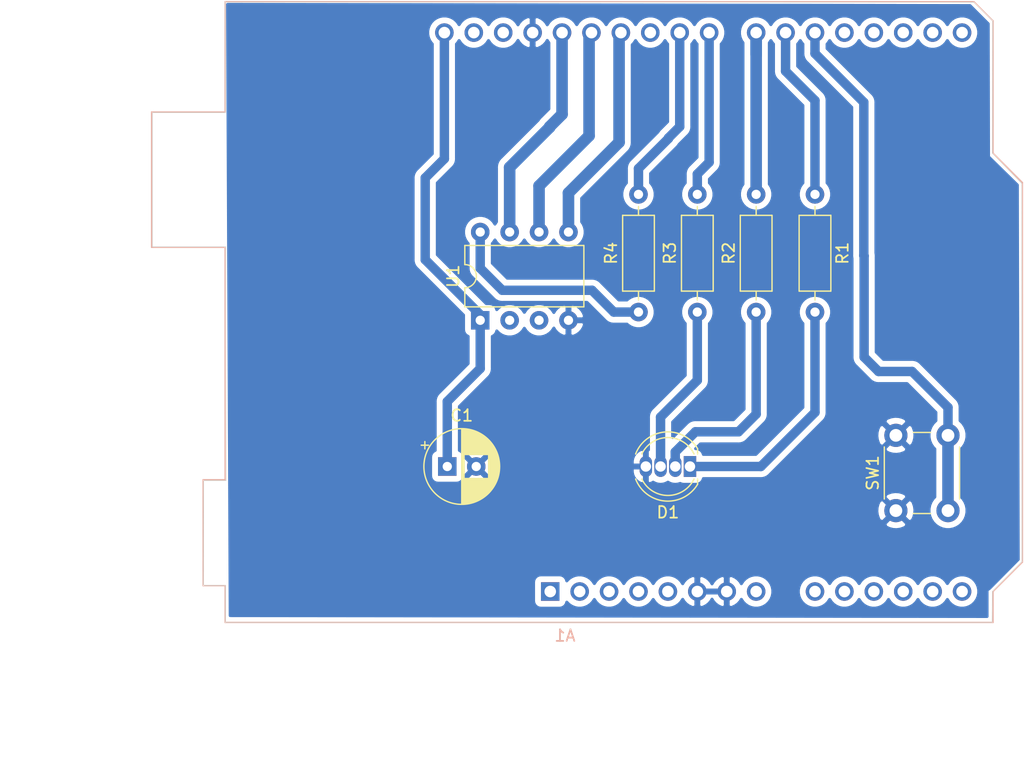
<source format=kicad_pcb>
(kicad_pcb (version 20171130) (host pcbnew "(5.1.10)-1")

  (general
    (thickness 1.6)
    (drawings 19)
    (tracks 60)
    (zones 0)
    (modules 9)
    (nets 37)
  )

  (page A4)
  (layers
    (0 F.Cu signal)
    (31 B.Cu signal)
    (32 B.Adhes user)
    (33 F.Adhes user)
    (34 B.Paste user)
    (35 F.Paste user)
    (36 B.SilkS user)
    (37 F.SilkS user hide)
    (38 B.Mask user)
    (39 F.Mask user)
    (40 Dwgs.User user)
    (41 Cmts.User user)
    (42 Eco1.User user)
    (43 Eco2.User user)
    (44 Edge.Cuts user)
    (45 Margin user)
    (46 B.CrtYd user)
    (47 F.CrtYd user)
    (48 B.Fab user)
    (49 F.Fab user hide)
  )

  (setup
    (last_trace_width 0.8128)
    (user_trace_width 0.254)
    (user_trace_width 0.508)
    (user_trace_width 0.8128)
    (user_trace_width 1)
    (trace_clearance 0.2)
    (zone_clearance 0.508)
    (zone_45_only no)
    (trace_min 0.2)
    (via_size 0.8)
    (via_drill 0.4)
    (via_min_size 0.4)
    (via_min_drill 0.3)
    (user_via 0.4826 0.3302)
    (user_via 0.5 0.4)
    (user_via 1.905 0.354)
    (uvia_size 0.3)
    (uvia_drill 0.1)
    (uvias_allowed no)
    (uvia_min_size 0.2)
    (uvia_min_drill 0.1)
    (edge_width 0.05)
    (segment_width 0.2)
    (pcb_text_width 0.3)
    (pcb_text_size 1.5 1.5)
    (mod_edge_width 0.12)
    (mod_text_size 1 1)
    (mod_text_width 0.15)
    (pad_size 1.524 1.524)
    (pad_drill 0.762)
    (pad_to_mask_clearance 0)
    (aux_axis_origin 0 0)
    (visible_elements FFFFFF7F)
    (pcbplotparams
      (layerselection 0x010fc_ffffffff)
      (usegerberextensions false)
      (usegerberattributes true)
      (usegerberadvancedattributes true)
      (creategerberjobfile true)
      (excludeedgelayer true)
      (linewidth 0.100000)
      (plotframeref false)
      (viasonmask false)
      (mode 1)
      (useauxorigin false)
      (hpglpennumber 1)
      (hpglpenspeed 20)
      (hpglpendiameter 15.000000)
      (psnegative false)
      (psa4output false)
      (plotreference true)
      (plotvalue true)
      (plotinvisibletext false)
      (padsonsilk false)
      (subtractmaskfromsilk false)
      (outputformat 1)
      (mirror false)
      (drillshape 1)
      (scaleselection 1)
      (outputdirectory ""))
  )

  (net 0 "")
  (net 1 "Net-(A1-Pad31)")
  (net 2 "Net-(A1-Pad1)")
  (net 3 "Net-(A1-Pad17)")
  (net 4 "Net-(A1-Pad2)")
  (net 5 "Net-(A1-Pad18)")
  (net 6 "Net-(A1-Pad3)")
  (net 7 "Net-(A1-Pad19)")
  (net 8 "Net-(A1-Pad4)")
  (net 9 "Net-(A1-Pad20)")
  (net 10 "Net-(A1-Pad5)")
  (net 11 "Net-(A1-Pad21)")
  (net 12 GND)
  (net 13 "Net-(A1-Pad22)")
  (net 14 "Net-(A1-Pad23)")
  (net 15 "Net-(A1-Pad8)")
  (net 16 D9)
  (net 17 "Net-(A1-Pad9)")
  (net 18 D10)
  (net 19 "Net-(A1-Pad10)")
  (net 20 D11)
  (net 21 "Net-(A1-Pad11)")
  (net 22 D12)
  (net 23 "Net-(A1-Pad12)")
  (net 24 D13)
  (net 25 "Net-(A1-Pad13)")
  (net 26 "Net-(A1-Pad14)")
  (net 27 "Net-(A1-Pad30)")
  (net 28 "Net-(A1-Pad15)")
  (net 29 "Net-(A1-Pad16)")
  (net 30 "Net-(D1-Pad1)")
  (net 31 "Net-(D1-Pad2)")
  (net 32 "Net-(D1-Pad3)")
  (net 33 "Net-(R4-Pad1)")
  (net 34 "Net-(U1-Pad2)")
  (net 35 "Net-(U1-Pad3)")
  (net 36 "Net-(A1-Pad25)")

  (net_class Default "This is the default net class."
    (clearance 0.2)
    (trace_width 0.25)
    (via_dia 0.8)
    (via_drill 0.4)
    (uvia_dia 0.3)
    (uvia_drill 0.1)
    (add_net D10)
    (add_net D11)
    (add_net D12)
    (add_net D13)
    (add_net D9)
    (add_net GND)
    (add_net "Net-(A1-Pad1)")
    (add_net "Net-(A1-Pad10)")
    (add_net "Net-(A1-Pad11)")
    (add_net "Net-(A1-Pad12)")
    (add_net "Net-(A1-Pad13)")
    (add_net "Net-(A1-Pad14)")
    (add_net "Net-(A1-Pad15)")
    (add_net "Net-(A1-Pad16)")
    (add_net "Net-(A1-Pad17)")
    (add_net "Net-(A1-Pad18)")
    (add_net "Net-(A1-Pad19)")
    (add_net "Net-(A1-Pad2)")
    (add_net "Net-(A1-Pad20)")
    (add_net "Net-(A1-Pad21)")
    (add_net "Net-(A1-Pad22)")
    (add_net "Net-(A1-Pad23)")
    (add_net "Net-(A1-Pad25)")
    (add_net "Net-(A1-Pad3)")
    (add_net "Net-(A1-Pad30)")
    (add_net "Net-(A1-Pad31)")
    (add_net "Net-(A1-Pad4)")
    (add_net "Net-(A1-Pad5)")
    (add_net "Net-(A1-Pad8)")
    (add_net "Net-(A1-Pad9)")
    (add_net "Net-(D1-Pad1)")
    (add_net "Net-(D1-Pad2)")
    (add_net "Net-(D1-Pad3)")
    (add_net "Net-(R4-Pad1)")
    (add_net "Net-(U1-Pad2)")
    (add_net "Net-(U1-Pad3)")
  )

  (module Module:Arduino_UNO_R3 (layer B.Cu) (tedit 58AB60FC) (tstamp 60C17C8D)
    (at 151.13 96.52)
    (descr "Arduino UNO R3, http://www.mouser.com/pdfdocs/Gravitech_Arduino_Nano3_0.pdf")
    (tags "Arduino UNO R3")
    (path /60C14CAE)
    (fp_text reference A1 (at 1.27 3.81 -180) (layer B.SilkS)
      (effects (font (size 1 1) (thickness 0.15)) (justify mirror))
    )
    (fp_text value Arduino_UNO_R3 (at 0 -22.86) (layer B.Fab)
      (effects (font (size 1 1) (thickness 0.15)) (justify mirror))
    )
    (fp_line (start -27.94 2.54) (end 38.1 2.54) (layer B.Fab) (width 0.1))
    (fp_line (start -27.94 -50.8) (end -27.94 2.54) (layer B.Fab) (width 0.1))
    (fp_line (start 36.58 -50.8) (end -27.94 -50.8) (layer B.Fab) (width 0.1))
    (fp_line (start 38.1 -49.28) (end 36.58 -50.8) (layer B.Fab) (width 0.1))
    (fp_line (start 38.1 0) (end 40.64 -2.54) (layer B.Fab) (width 0.1))
    (fp_line (start 38.1 2.54) (end 38.1 0) (layer B.Fab) (width 0.1))
    (fp_line (start 40.64 -35.31) (end 38.1 -37.85) (layer B.Fab) (width 0.1))
    (fp_line (start 40.64 -2.54) (end 40.64 -35.31) (layer B.Fab) (width 0.1))
    (fp_line (start 38.1 -37.85) (end 38.1 -49.28) (layer B.Fab) (width 0.1))
    (fp_line (start -29.84 -9.53) (end -29.84 -0.64) (layer B.Fab) (width 0.1))
    (fp_line (start -16.51 -9.53) (end -29.84 -9.53) (layer B.Fab) (width 0.1))
    (fp_line (start -16.51 -0.64) (end -16.51 -9.53) (layer B.Fab) (width 0.1))
    (fp_line (start -29.84 -0.64) (end -16.51 -0.64) (layer B.Fab) (width 0.1))
    (fp_line (start -34.29 -41.27) (end -34.29 -29.84) (layer B.Fab) (width 0.1))
    (fp_line (start -18.41 -41.27) (end -34.29 -41.27) (layer B.Fab) (width 0.1))
    (fp_line (start -18.41 -29.84) (end -18.41 -41.27) (layer B.Fab) (width 0.1))
    (fp_line (start -34.29 -29.84) (end -18.41 -29.84) (layer B.Fab) (width 0.1))
    (fp_line (start 38.23 -37.85) (end 40.77 -35.31) (layer B.SilkS) (width 0.12))
    (fp_line (start 38.23 -49.28) (end 38.23 -37.85) (layer B.SilkS) (width 0.12))
    (fp_line (start 36.58 -50.93) (end 38.23 -49.28) (layer B.SilkS) (width 0.12))
    (fp_line (start -28.07 -50.93) (end 36.58 -50.93) (layer B.SilkS) (width 0.12))
    (fp_line (start -28.07 -41.4) (end -28.07 -50.93) (layer B.SilkS) (width 0.12))
    (fp_line (start -34.42 -41.4) (end -28.07 -41.4) (layer B.SilkS) (width 0.12))
    (fp_line (start -34.42 -29.72) (end -34.42 -41.4) (layer B.SilkS) (width 0.12))
    (fp_line (start -28.07 -29.72) (end -34.42 -29.72) (layer B.SilkS) (width 0.12))
    (fp_line (start -28.07 -9.65) (end -28.07 -29.72) (layer B.SilkS) (width 0.12))
    (fp_line (start -29.97 -9.65) (end -28.07 -9.65) (layer B.SilkS) (width 0.12))
    (fp_line (start -29.97 -0.51) (end -29.97 -9.65) (layer B.SilkS) (width 0.12))
    (fp_line (start -28.07 -0.51) (end -29.97 -0.51) (layer B.SilkS) (width 0.12))
    (fp_line (start -28.07 2.67) (end -28.07 -0.51) (layer B.SilkS) (width 0.12))
    (fp_line (start 38.23 2.67) (end -28.07 2.67) (layer B.SilkS) (width 0.12))
    (fp_line (start 38.23 0) (end 38.23 2.67) (layer B.SilkS) (width 0.12))
    (fp_line (start 40.77 -2.54) (end 38.23 0) (layer B.SilkS) (width 0.12))
    (fp_line (start 40.77 -35.31) (end 40.77 -2.54) (layer B.SilkS) (width 0.12))
    (fp_line (start -28.19 2.79) (end 38.35 2.79) (layer B.CrtYd) (width 0.05))
    (fp_line (start -28.19 -0.38) (end -28.19 2.79) (layer B.CrtYd) (width 0.05))
    (fp_line (start -30.1 -0.38) (end -28.19 -0.38) (layer B.CrtYd) (width 0.05))
    (fp_line (start -30.1 -9.78) (end -30.1 -0.38) (layer B.CrtYd) (width 0.05))
    (fp_line (start -28.19 -9.78) (end -30.1 -9.78) (layer B.CrtYd) (width 0.05))
    (fp_line (start -28.19 -29.59) (end -28.19 -9.78) (layer B.CrtYd) (width 0.05))
    (fp_line (start -34.54 -29.59) (end -28.19 -29.59) (layer B.CrtYd) (width 0.05))
    (fp_line (start -34.54 -41.53) (end -34.54 -29.59) (layer B.CrtYd) (width 0.05))
    (fp_line (start -28.19 -41.53) (end -34.54 -41.53) (layer B.CrtYd) (width 0.05))
    (fp_line (start -28.19 -51.05) (end -28.19 -41.53) (layer B.CrtYd) (width 0.05))
    (fp_line (start 36.58 -51.05) (end -28.19 -51.05) (layer B.CrtYd) (width 0.05))
    (fp_line (start 38.35 -49.28) (end 36.58 -51.05) (layer B.CrtYd) (width 0.05))
    (fp_line (start 38.35 -37.85) (end 38.35 -49.28) (layer B.CrtYd) (width 0.05))
    (fp_line (start 40.89 -35.31) (end 38.35 -37.85) (layer B.CrtYd) (width 0.05))
    (fp_line (start 40.89 -2.54) (end 40.89 -35.31) (layer B.CrtYd) (width 0.05))
    (fp_line (start 38.35 0) (end 40.89 -2.54) (layer B.CrtYd) (width 0.05))
    (fp_line (start 38.35 2.79) (end 38.35 0) (layer B.CrtYd) (width 0.05))
    (fp_text user %R (at 0 -20.32 -180) (layer B.Fab)
      (effects (font (size 1 1) (thickness 0.15)) (justify mirror))
    )
    (pad 32 thru_hole oval (at -9.14 -48.26 270) (size 1.6 1.6) (drill 1) (layers *.Cu *.Mask)
      (net 18 D10))
    (pad 31 thru_hole oval (at -6.6 -48.26 270) (size 1.6 1.6) (drill 1) (layers *.Cu *.Mask)
      (net 1 "Net-(A1-Pad31)"))
    (pad 1 thru_hole rect (at 0 0 270) (size 1.6 1.6) (drill 1) (layers *.Cu *.Mask)
      (net 2 "Net-(A1-Pad1)"))
    (pad 17 thru_hole oval (at 30.48 -48.26 270) (size 1.6 1.6) (drill 1) (layers *.Cu *.Mask)
      (net 3 "Net-(A1-Pad17)"))
    (pad 2 thru_hole oval (at 2.54 0 270) (size 1.6 1.6) (drill 1) (layers *.Cu *.Mask)
      (net 4 "Net-(A1-Pad2)"))
    (pad 18 thru_hole oval (at 27.94 -48.26 270) (size 1.6 1.6) (drill 1) (layers *.Cu *.Mask)
      (net 5 "Net-(A1-Pad18)"))
    (pad 3 thru_hole oval (at 5.08 0 270) (size 1.6 1.6) (drill 1) (layers *.Cu *.Mask)
      (net 6 "Net-(A1-Pad3)"))
    (pad 19 thru_hole oval (at 25.4 -48.26 270) (size 1.6 1.6) (drill 1) (layers *.Cu *.Mask)
      (net 7 "Net-(A1-Pad19)"))
    (pad 4 thru_hole oval (at 7.62 0 270) (size 1.6 1.6) (drill 1) (layers *.Cu *.Mask)
      (net 8 "Net-(A1-Pad4)"))
    (pad 20 thru_hole oval (at 22.86 -48.26 270) (size 1.6 1.6) (drill 1) (layers *.Cu *.Mask)
      (net 9 "Net-(A1-Pad20)"))
    (pad 5 thru_hole oval (at 10.16 0 270) (size 1.6 1.6) (drill 1) (layers *.Cu *.Mask)
      (net 10 "Net-(A1-Pad5)"))
    (pad 21 thru_hole oval (at 20.32 -48.26 270) (size 1.6 1.6) (drill 1) (layers *.Cu *.Mask)
      (net 11 "Net-(A1-Pad21)"))
    (pad 6 thru_hole oval (at 12.7 0 270) (size 1.6 1.6) (drill 1) (layers *.Cu *.Mask)
      (net 12 GND))
    (pad 22 thru_hole oval (at 17.78 -48.26 270) (size 1.6 1.6) (drill 1) (layers *.Cu *.Mask)
      (net 13 "Net-(A1-Pad22)"))
    (pad 7 thru_hole oval (at 15.24 0 270) (size 1.6 1.6) (drill 1) (layers *.Cu *.Mask)
      (net 12 GND))
    (pad 23 thru_hole oval (at 13.72 -48.26 270) (size 1.6 1.6) (drill 1) (layers *.Cu *.Mask)
      (net 14 "Net-(A1-Pad23)"))
    (pad 8 thru_hole oval (at 17.78 0 270) (size 1.6 1.6) (drill 1) (layers *.Cu *.Mask)
      (net 15 "Net-(A1-Pad8)"))
    (pad 24 thru_hole oval (at 11.18 -48.26 270) (size 1.6 1.6) (drill 1) (layers *.Cu *.Mask)
      (net 16 D9))
    (pad 9 thru_hole oval (at 22.86 0 270) (size 1.6 1.6) (drill 1) (layers *.Cu *.Mask)
      (net 17 "Net-(A1-Pad9)"))
    (pad 25 thru_hole oval (at 8.64 -48.26 270) (size 1.6 1.6) (drill 1) (layers *.Cu *.Mask)
      (net 36 "Net-(A1-Pad25)"))
    (pad 10 thru_hole oval (at 25.4 0 270) (size 1.6 1.6) (drill 1) (layers *.Cu *.Mask)
      (net 19 "Net-(A1-Pad10)"))
    (pad 26 thru_hole oval (at 6.1 -48.26 270) (size 1.6 1.6) (drill 1) (layers *.Cu *.Mask)
      (net 20 D11))
    (pad 11 thru_hole oval (at 27.94 0 270) (size 1.6 1.6) (drill 1) (layers *.Cu *.Mask)
      (net 21 "Net-(A1-Pad11)"))
    (pad 27 thru_hole oval (at 3.56 -48.26 270) (size 1.6 1.6) (drill 1) (layers *.Cu *.Mask)
      (net 22 D12))
    (pad 12 thru_hole oval (at 30.48 0 270) (size 1.6 1.6) (drill 1) (layers *.Cu *.Mask)
      (net 23 "Net-(A1-Pad12)"))
    (pad 28 thru_hole oval (at 1.02 -48.26 270) (size 1.6 1.6) (drill 1) (layers *.Cu *.Mask)
      (net 24 D13))
    (pad 13 thru_hole oval (at 33.02 0 270) (size 1.6 1.6) (drill 1) (layers *.Cu *.Mask)
      (net 25 "Net-(A1-Pad13)"))
    (pad 29 thru_hole oval (at -1.52 -48.26 270) (size 1.6 1.6) (drill 1) (layers *.Cu *.Mask)
      (net 12 GND))
    (pad 14 thru_hole oval (at 35.56 0 270) (size 1.6 1.6) (drill 1) (layers *.Cu *.Mask)
      (net 26 "Net-(A1-Pad14)"))
    (pad 30 thru_hole oval (at -4.06 -48.26 270) (size 1.6 1.6) (drill 1) (layers *.Cu *.Mask)
      (net 27 "Net-(A1-Pad30)"))
    (pad 15 thru_hole oval (at 35.56 -48.26 270) (size 1.6 1.6) (drill 1) (layers *.Cu *.Mask)
      (net 28 "Net-(A1-Pad15)"))
    (pad 16 thru_hole oval (at 33.02 -48.26 270) (size 1.6 1.6) (drill 1) (layers *.Cu *.Mask)
      (net 29 "Net-(A1-Pad16)"))
    (model ${KISYS3DMOD}/Module.3dshapes/Arduino_UNO_R3.wrl
      (at (xyz 0 0 0))
      (scale (xyz 1 1 1))
      (rotate (xyz 0 0 0))
    )
  )

  (module Capacitor_THT:CP_Radial_D6.3mm_P2.50mm (layer F.Cu) (tedit 5AE50EF0) (tstamp 60C17D21)
    (at 142.24 85.725)
    (descr "CP, Radial series, Radial, pin pitch=2.50mm, , diameter=6.3mm, Electrolytic Capacitor")
    (tags "CP Radial series Radial pin pitch 2.50mm  diameter 6.3mm Electrolytic Capacitor")
    (path /60C2D5B2)
    (fp_text reference C1 (at 1.25 -4.4) (layer F.SilkS)
      (effects (font (size 1 1) (thickness 0.15)))
    )
    (fp_text value CP (at 1.25 4.4) (layer F.Fab)
      (effects (font (size 1 1) (thickness 0.15)))
    )
    (fp_line (start -1.935241 -2.154) (end -1.935241 -1.524) (layer F.SilkS) (width 0.12))
    (fp_line (start -2.250241 -1.839) (end -1.620241 -1.839) (layer F.SilkS) (width 0.12))
    (fp_line (start 4.491 -0.402) (end 4.491 0.402) (layer F.SilkS) (width 0.12))
    (fp_line (start 4.451 -0.633) (end 4.451 0.633) (layer F.SilkS) (width 0.12))
    (fp_line (start 4.411 -0.802) (end 4.411 0.802) (layer F.SilkS) (width 0.12))
    (fp_line (start 4.371 -0.94) (end 4.371 0.94) (layer F.SilkS) (width 0.12))
    (fp_line (start 4.331 -1.059) (end 4.331 1.059) (layer F.SilkS) (width 0.12))
    (fp_line (start 4.291 -1.165) (end 4.291 1.165) (layer F.SilkS) (width 0.12))
    (fp_line (start 4.251 -1.262) (end 4.251 1.262) (layer F.SilkS) (width 0.12))
    (fp_line (start 4.211 -1.35) (end 4.211 1.35) (layer F.SilkS) (width 0.12))
    (fp_line (start 4.171 -1.432) (end 4.171 1.432) (layer F.SilkS) (width 0.12))
    (fp_line (start 4.131 -1.509) (end 4.131 1.509) (layer F.SilkS) (width 0.12))
    (fp_line (start 4.091 -1.581) (end 4.091 1.581) (layer F.SilkS) (width 0.12))
    (fp_line (start 4.051 -1.65) (end 4.051 1.65) (layer F.SilkS) (width 0.12))
    (fp_line (start 4.011 -1.714) (end 4.011 1.714) (layer F.SilkS) (width 0.12))
    (fp_line (start 3.971 -1.776) (end 3.971 1.776) (layer F.SilkS) (width 0.12))
    (fp_line (start 3.931 -1.834) (end 3.931 1.834) (layer F.SilkS) (width 0.12))
    (fp_line (start 3.891 -1.89) (end 3.891 1.89) (layer F.SilkS) (width 0.12))
    (fp_line (start 3.851 -1.944) (end 3.851 1.944) (layer F.SilkS) (width 0.12))
    (fp_line (start 3.811 -1.995) (end 3.811 1.995) (layer F.SilkS) (width 0.12))
    (fp_line (start 3.771 -2.044) (end 3.771 2.044) (layer F.SilkS) (width 0.12))
    (fp_line (start 3.731 -2.092) (end 3.731 2.092) (layer F.SilkS) (width 0.12))
    (fp_line (start 3.691 -2.137) (end 3.691 2.137) (layer F.SilkS) (width 0.12))
    (fp_line (start 3.651 -2.182) (end 3.651 2.182) (layer F.SilkS) (width 0.12))
    (fp_line (start 3.611 -2.224) (end 3.611 2.224) (layer F.SilkS) (width 0.12))
    (fp_line (start 3.571 -2.265) (end 3.571 2.265) (layer F.SilkS) (width 0.12))
    (fp_line (start 3.531 1.04) (end 3.531 2.305) (layer F.SilkS) (width 0.12))
    (fp_line (start 3.531 -2.305) (end 3.531 -1.04) (layer F.SilkS) (width 0.12))
    (fp_line (start 3.491 1.04) (end 3.491 2.343) (layer F.SilkS) (width 0.12))
    (fp_line (start 3.491 -2.343) (end 3.491 -1.04) (layer F.SilkS) (width 0.12))
    (fp_line (start 3.451 1.04) (end 3.451 2.38) (layer F.SilkS) (width 0.12))
    (fp_line (start 3.451 -2.38) (end 3.451 -1.04) (layer F.SilkS) (width 0.12))
    (fp_line (start 3.411 1.04) (end 3.411 2.416) (layer F.SilkS) (width 0.12))
    (fp_line (start 3.411 -2.416) (end 3.411 -1.04) (layer F.SilkS) (width 0.12))
    (fp_line (start 3.371 1.04) (end 3.371 2.45) (layer F.SilkS) (width 0.12))
    (fp_line (start 3.371 -2.45) (end 3.371 -1.04) (layer F.SilkS) (width 0.12))
    (fp_line (start 3.331 1.04) (end 3.331 2.484) (layer F.SilkS) (width 0.12))
    (fp_line (start 3.331 -2.484) (end 3.331 -1.04) (layer F.SilkS) (width 0.12))
    (fp_line (start 3.291 1.04) (end 3.291 2.516) (layer F.SilkS) (width 0.12))
    (fp_line (start 3.291 -2.516) (end 3.291 -1.04) (layer F.SilkS) (width 0.12))
    (fp_line (start 3.251 1.04) (end 3.251 2.548) (layer F.SilkS) (width 0.12))
    (fp_line (start 3.251 -2.548) (end 3.251 -1.04) (layer F.SilkS) (width 0.12))
    (fp_line (start 3.211 1.04) (end 3.211 2.578) (layer F.SilkS) (width 0.12))
    (fp_line (start 3.211 -2.578) (end 3.211 -1.04) (layer F.SilkS) (width 0.12))
    (fp_line (start 3.171 1.04) (end 3.171 2.607) (layer F.SilkS) (width 0.12))
    (fp_line (start 3.171 -2.607) (end 3.171 -1.04) (layer F.SilkS) (width 0.12))
    (fp_line (start 3.131 1.04) (end 3.131 2.636) (layer F.SilkS) (width 0.12))
    (fp_line (start 3.131 -2.636) (end 3.131 -1.04) (layer F.SilkS) (width 0.12))
    (fp_line (start 3.091 1.04) (end 3.091 2.664) (layer F.SilkS) (width 0.12))
    (fp_line (start 3.091 -2.664) (end 3.091 -1.04) (layer F.SilkS) (width 0.12))
    (fp_line (start 3.051 1.04) (end 3.051 2.69) (layer F.SilkS) (width 0.12))
    (fp_line (start 3.051 -2.69) (end 3.051 -1.04) (layer F.SilkS) (width 0.12))
    (fp_line (start 3.011 1.04) (end 3.011 2.716) (layer F.SilkS) (width 0.12))
    (fp_line (start 3.011 -2.716) (end 3.011 -1.04) (layer F.SilkS) (width 0.12))
    (fp_line (start 2.971 1.04) (end 2.971 2.742) (layer F.SilkS) (width 0.12))
    (fp_line (start 2.971 -2.742) (end 2.971 -1.04) (layer F.SilkS) (width 0.12))
    (fp_line (start 2.931 1.04) (end 2.931 2.766) (layer F.SilkS) (width 0.12))
    (fp_line (start 2.931 -2.766) (end 2.931 -1.04) (layer F.SilkS) (width 0.12))
    (fp_line (start 2.891 1.04) (end 2.891 2.79) (layer F.SilkS) (width 0.12))
    (fp_line (start 2.891 -2.79) (end 2.891 -1.04) (layer F.SilkS) (width 0.12))
    (fp_line (start 2.851 1.04) (end 2.851 2.812) (layer F.SilkS) (width 0.12))
    (fp_line (start 2.851 -2.812) (end 2.851 -1.04) (layer F.SilkS) (width 0.12))
    (fp_line (start 2.811 1.04) (end 2.811 2.834) (layer F.SilkS) (width 0.12))
    (fp_line (start 2.811 -2.834) (end 2.811 -1.04) (layer F.SilkS) (width 0.12))
    (fp_line (start 2.771 1.04) (end 2.771 2.856) (layer F.SilkS) (width 0.12))
    (fp_line (start 2.771 -2.856) (end 2.771 -1.04) (layer F.SilkS) (width 0.12))
    (fp_line (start 2.731 1.04) (end 2.731 2.876) (layer F.SilkS) (width 0.12))
    (fp_line (start 2.731 -2.876) (end 2.731 -1.04) (layer F.SilkS) (width 0.12))
    (fp_line (start 2.691 1.04) (end 2.691 2.896) (layer F.SilkS) (width 0.12))
    (fp_line (start 2.691 -2.896) (end 2.691 -1.04) (layer F.SilkS) (width 0.12))
    (fp_line (start 2.651 1.04) (end 2.651 2.916) (layer F.SilkS) (width 0.12))
    (fp_line (start 2.651 -2.916) (end 2.651 -1.04) (layer F.SilkS) (width 0.12))
    (fp_line (start 2.611 1.04) (end 2.611 2.934) (layer F.SilkS) (width 0.12))
    (fp_line (start 2.611 -2.934) (end 2.611 -1.04) (layer F.SilkS) (width 0.12))
    (fp_line (start 2.571 1.04) (end 2.571 2.952) (layer F.SilkS) (width 0.12))
    (fp_line (start 2.571 -2.952) (end 2.571 -1.04) (layer F.SilkS) (width 0.12))
    (fp_line (start 2.531 1.04) (end 2.531 2.97) (layer F.SilkS) (width 0.12))
    (fp_line (start 2.531 -2.97) (end 2.531 -1.04) (layer F.SilkS) (width 0.12))
    (fp_line (start 2.491 1.04) (end 2.491 2.986) (layer F.SilkS) (width 0.12))
    (fp_line (start 2.491 -2.986) (end 2.491 -1.04) (layer F.SilkS) (width 0.12))
    (fp_line (start 2.451 1.04) (end 2.451 3.002) (layer F.SilkS) (width 0.12))
    (fp_line (start 2.451 -3.002) (end 2.451 -1.04) (layer F.SilkS) (width 0.12))
    (fp_line (start 2.411 1.04) (end 2.411 3.018) (layer F.SilkS) (width 0.12))
    (fp_line (start 2.411 -3.018) (end 2.411 -1.04) (layer F.SilkS) (width 0.12))
    (fp_line (start 2.371 1.04) (end 2.371 3.033) (layer F.SilkS) (width 0.12))
    (fp_line (start 2.371 -3.033) (end 2.371 -1.04) (layer F.SilkS) (width 0.12))
    (fp_line (start 2.331 1.04) (end 2.331 3.047) (layer F.SilkS) (width 0.12))
    (fp_line (start 2.331 -3.047) (end 2.331 -1.04) (layer F.SilkS) (width 0.12))
    (fp_line (start 2.291 1.04) (end 2.291 3.061) (layer F.SilkS) (width 0.12))
    (fp_line (start 2.291 -3.061) (end 2.291 -1.04) (layer F.SilkS) (width 0.12))
    (fp_line (start 2.251 1.04) (end 2.251 3.074) (layer F.SilkS) (width 0.12))
    (fp_line (start 2.251 -3.074) (end 2.251 -1.04) (layer F.SilkS) (width 0.12))
    (fp_line (start 2.211 1.04) (end 2.211 3.086) (layer F.SilkS) (width 0.12))
    (fp_line (start 2.211 -3.086) (end 2.211 -1.04) (layer F.SilkS) (width 0.12))
    (fp_line (start 2.171 1.04) (end 2.171 3.098) (layer F.SilkS) (width 0.12))
    (fp_line (start 2.171 -3.098) (end 2.171 -1.04) (layer F.SilkS) (width 0.12))
    (fp_line (start 2.131 1.04) (end 2.131 3.11) (layer F.SilkS) (width 0.12))
    (fp_line (start 2.131 -3.11) (end 2.131 -1.04) (layer F.SilkS) (width 0.12))
    (fp_line (start 2.091 1.04) (end 2.091 3.121) (layer F.SilkS) (width 0.12))
    (fp_line (start 2.091 -3.121) (end 2.091 -1.04) (layer F.SilkS) (width 0.12))
    (fp_line (start 2.051 1.04) (end 2.051 3.131) (layer F.SilkS) (width 0.12))
    (fp_line (start 2.051 -3.131) (end 2.051 -1.04) (layer F.SilkS) (width 0.12))
    (fp_line (start 2.011 1.04) (end 2.011 3.141) (layer F.SilkS) (width 0.12))
    (fp_line (start 2.011 -3.141) (end 2.011 -1.04) (layer F.SilkS) (width 0.12))
    (fp_line (start 1.971 1.04) (end 1.971 3.15) (layer F.SilkS) (width 0.12))
    (fp_line (start 1.971 -3.15) (end 1.971 -1.04) (layer F.SilkS) (width 0.12))
    (fp_line (start 1.93 1.04) (end 1.93 3.159) (layer F.SilkS) (width 0.12))
    (fp_line (start 1.93 -3.159) (end 1.93 -1.04) (layer F.SilkS) (width 0.12))
    (fp_line (start 1.89 1.04) (end 1.89 3.167) (layer F.SilkS) (width 0.12))
    (fp_line (start 1.89 -3.167) (end 1.89 -1.04) (layer F.SilkS) (width 0.12))
    (fp_line (start 1.85 1.04) (end 1.85 3.175) (layer F.SilkS) (width 0.12))
    (fp_line (start 1.85 -3.175) (end 1.85 -1.04) (layer F.SilkS) (width 0.12))
    (fp_line (start 1.81 1.04) (end 1.81 3.182) (layer F.SilkS) (width 0.12))
    (fp_line (start 1.81 -3.182) (end 1.81 -1.04) (layer F.SilkS) (width 0.12))
    (fp_line (start 1.77 1.04) (end 1.77 3.189) (layer F.SilkS) (width 0.12))
    (fp_line (start 1.77 -3.189) (end 1.77 -1.04) (layer F.SilkS) (width 0.12))
    (fp_line (start 1.73 1.04) (end 1.73 3.195) (layer F.SilkS) (width 0.12))
    (fp_line (start 1.73 -3.195) (end 1.73 -1.04) (layer F.SilkS) (width 0.12))
    (fp_line (start 1.69 1.04) (end 1.69 3.201) (layer F.SilkS) (width 0.12))
    (fp_line (start 1.69 -3.201) (end 1.69 -1.04) (layer F.SilkS) (width 0.12))
    (fp_line (start 1.65 1.04) (end 1.65 3.206) (layer F.SilkS) (width 0.12))
    (fp_line (start 1.65 -3.206) (end 1.65 -1.04) (layer F.SilkS) (width 0.12))
    (fp_line (start 1.61 1.04) (end 1.61 3.211) (layer F.SilkS) (width 0.12))
    (fp_line (start 1.61 -3.211) (end 1.61 -1.04) (layer F.SilkS) (width 0.12))
    (fp_line (start 1.57 1.04) (end 1.57 3.215) (layer F.SilkS) (width 0.12))
    (fp_line (start 1.57 -3.215) (end 1.57 -1.04) (layer F.SilkS) (width 0.12))
    (fp_line (start 1.53 1.04) (end 1.53 3.218) (layer F.SilkS) (width 0.12))
    (fp_line (start 1.53 -3.218) (end 1.53 -1.04) (layer F.SilkS) (width 0.12))
    (fp_line (start 1.49 1.04) (end 1.49 3.222) (layer F.SilkS) (width 0.12))
    (fp_line (start 1.49 -3.222) (end 1.49 -1.04) (layer F.SilkS) (width 0.12))
    (fp_line (start 1.45 -3.224) (end 1.45 3.224) (layer F.SilkS) (width 0.12))
    (fp_line (start 1.41 -3.227) (end 1.41 3.227) (layer F.SilkS) (width 0.12))
    (fp_line (start 1.37 -3.228) (end 1.37 3.228) (layer F.SilkS) (width 0.12))
    (fp_line (start 1.33 -3.23) (end 1.33 3.23) (layer F.SilkS) (width 0.12))
    (fp_line (start 1.29 -3.23) (end 1.29 3.23) (layer F.SilkS) (width 0.12))
    (fp_line (start 1.25 -3.23) (end 1.25 3.23) (layer F.SilkS) (width 0.12))
    (fp_line (start -1.128972 -1.6885) (end -1.128972 -1.0585) (layer F.Fab) (width 0.1))
    (fp_line (start -1.443972 -1.3735) (end -0.813972 -1.3735) (layer F.Fab) (width 0.1))
    (fp_circle (center 1.25 0) (end 4.65 0) (layer F.CrtYd) (width 0.05))
    (fp_circle (center 1.25 0) (end 4.52 0) (layer F.SilkS) (width 0.12))
    (fp_circle (center 1.25 0) (end 4.4 0) (layer F.Fab) (width 0.1))
    (fp_text user %R (at 1.25 0) (layer F.Fab)
      (effects (font (size 1 1) (thickness 0.15)))
    )
    (pad 1 thru_hole rect (at 0 0) (size 1.6 1.6) (drill 0.8) (layers *.Cu *.Mask)
      (net 18 D10))
    (pad 2 thru_hole circle (at 2.5 0) (size 1.6 1.6) (drill 0.8) (layers *.Cu *.Mask)
      (net 12 GND))
    (model ${KISYS3DMOD}/Capacitor_THT.3dshapes/CP_Radial_D6.3mm_P2.50mm.wrl
      (at (xyz 0 0 0))
      (scale (xyz 1 1 1))
      (rotate (xyz 0 0 0))
    )
  )

  (module LED_THT:LED_D5.0mm-4_RGB (layer F.Cu) (tedit 5B74EEBE) (tstamp 60C19C2C)
    (at 163.195 85.725 180)
    (descr "LED, diameter 5.0mm, 2 pins, diameter 5.0mm, 3 pins, diameter 5.0mm, 4 pins, http://www.kingbright.com/attachments/file/psearch/000/00/00/L-154A4SUREQBFZGEW(Ver.9A).pdf")
    (tags "LED diameter 5.0mm 2 pins diameter 5.0mm 3 pins diameter 5.0mm 4 pins RGB RGBLED")
    (path /60C1B7C3)
    (fp_text reference D1 (at 1.905 -3.96) (layer F.SilkS)
      (effects (font (size 1 1) (thickness 0.15)))
    )
    (fp_text value LED_RGBC (at 1.905 3.96) (layer F.Fab)
      (effects (font (size 1 1) (thickness 0.15)))
    )
    (fp_line (start 5.15 -3.25) (end -1.35 -3.25) (layer F.CrtYd) (width 0.05))
    (fp_line (start 5.15 3.25) (end 5.15 -3.25) (layer F.CrtYd) (width 0.05))
    (fp_line (start -1.35 3.25) (end 5.15 3.25) (layer F.CrtYd) (width 0.05))
    (fp_line (start -1.35 -3.25) (end -1.35 3.25) (layer F.CrtYd) (width 0.05))
    (fp_line (start -0.655 1.08) (end -0.655 1.545) (layer F.SilkS) (width 0.12))
    (fp_line (start -0.655 -1.545) (end -0.655 -1.08) (layer F.SilkS) (width 0.12))
    (fp_line (start -0.595 -1.469694) (end -0.595 1.469694) (layer F.Fab) (width 0.1))
    (fp_circle (center 1.905 0) (end 4.405 0) (layer F.Fab) (width 0.1))
    (fp_arc (start 1.905 0) (end -0.595 -1.469694) (angle 299.1) (layer F.Fab) (width 0.1))
    (fp_arc (start 1.905 0) (end -0.655 -1.54483) (angle 127.7) (layer F.SilkS) (width 0.12))
    (fp_arc (start 1.905 0) (end -0.655 1.54483) (angle -127.7) (layer F.SilkS) (width 0.12))
    (fp_arc (start 1.905 0) (end -0.349684 -1.08) (angle 128.8) (layer F.SilkS) (width 0.12))
    (fp_arc (start 1.905 0) (end -0.349684 1.08) (angle -128.8) (layer F.SilkS) (width 0.12))
    (fp_text user %R (at 1.905 -3.96) (layer F.Fab)
      (effects (font (size 1 1) (thickness 0.15)))
    )
    (pad 1 thru_hole rect (at 0 0 180) (size 1.07 1.8) (drill 0.9) (layers *.Cu *.Mask)
      (net 30 "Net-(D1-Pad1)"))
    (pad 2 thru_hole oval (at 1.27 0 180) (size 1.07 1.8) (drill 0.9) (layers *.Cu *.Mask)
      (net 31 "Net-(D1-Pad2)"))
    (pad 3 thru_hole oval (at 2.54 0 180) (size 1.07 1.8) (drill 0.9) (layers *.Cu *.Mask)
      (net 32 "Net-(D1-Pad3)"))
    (pad 4 thru_hole oval (at 3.81 0 180) (size 1.07 1.8) (drill 0.9) (layers *.Cu *.Mask)
      (net 12 GND))
    (model ${KISYS3DMOD}/LED_THT.3dshapes/LED_D5.0mm-4_RGB.wrl
      (at (xyz 0 0 0))
      (scale (xyz 1 1 1))
      (rotate (xyz 0 0 0))
    )
  )

  (module Resistor_THT:R_Axial_DIN0207_L6.3mm_D2.5mm_P10.16mm_Horizontal (layer F.Cu) (tedit 5AE5139B) (tstamp 60C17D4E)
    (at 173.99 62.23 270)
    (descr "Resistor, Axial_DIN0207 series, Axial, Horizontal, pin pitch=10.16mm, 0.25W = 1/4W, length*diameter=6.3*2.5mm^2, http://cdn-reichelt.de/documents/datenblatt/B400/1_4W%23YAG.pdf")
    (tags "Resistor Axial_DIN0207 series Axial Horizontal pin pitch 10.16mm 0.25W = 1/4W length 6.3mm diameter 2.5mm")
    (path /60C1D879)
    (fp_text reference R1 (at 5.08 -2.37 90) (layer F.SilkS)
      (effects (font (size 1 1) (thickness 0.15)))
    )
    (fp_text value 1k (at 5.08 2.37 90) (layer F.Fab)
      (effects (font (size 1 1) (thickness 0.15)))
    )
    (fp_text user %R (at 5.08 0 90) (layer F.Fab)
      (effects (font (size 1 1) (thickness 0.15)))
    )
    (fp_line (start 1.93 -1.25) (end 1.93 1.25) (layer F.Fab) (width 0.1))
    (fp_line (start 1.93 1.25) (end 8.23 1.25) (layer F.Fab) (width 0.1))
    (fp_line (start 8.23 1.25) (end 8.23 -1.25) (layer F.Fab) (width 0.1))
    (fp_line (start 8.23 -1.25) (end 1.93 -1.25) (layer F.Fab) (width 0.1))
    (fp_line (start 0 0) (end 1.93 0) (layer F.Fab) (width 0.1))
    (fp_line (start 10.16 0) (end 8.23 0) (layer F.Fab) (width 0.1))
    (fp_line (start 1.81 -1.37) (end 1.81 1.37) (layer F.SilkS) (width 0.12))
    (fp_line (start 1.81 1.37) (end 8.35 1.37) (layer F.SilkS) (width 0.12))
    (fp_line (start 8.35 1.37) (end 8.35 -1.37) (layer F.SilkS) (width 0.12))
    (fp_line (start 8.35 -1.37) (end 1.81 -1.37) (layer F.SilkS) (width 0.12))
    (fp_line (start 1.04 0) (end 1.81 0) (layer F.SilkS) (width 0.12))
    (fp_line (start 9.12 0) (end 8.35 0) (layer F.SilkS) (width 0.12))
    (fp_line (start -1.05 -1.5) (end -1.05 1.5) (layer F.CrtYd) (width 0.05))
    (fp_line (start -1.05 1.5) (end 11.21 1.5) (layer F.CrtYd) (width 0.05))
    (fp_line (start 11.21 1.5) (end 11.21 -1.5) (layer F.CrtYd) (width 0.05))
    (fp_line (start 11.21 -1.5) (end -1.05 -1.5) (layer F.CrtYd) (width 0.05))
    (pad 2 thru_hole oval (at 10.16 0 270) (size 1.6 1.6) (drill 0.8) (layers *.Cu *.Mask)
      (net 30 "Net-(D1-Pad1)"))
    (pad 1 thru_hole circle (at 0 0 270) (size 1.6 1.6) (drill 0.8) (layers *.Cu *.Mask)
      (net 11 "Net-(A1-Pad21)"))
    (model ${KISYS3DMOD}/Resistor_THT.3dshapes/R_Axial_DIN0207_L6.3mm_D2.5mm_P10.16mm_Horizontal.wrl
      (at (xyz 0 0 0))
      (scale (xyz 1 1 1))
      (rotate (xyz 0 0 0))
    )
  )

  (module Resistor_THT:R_Axial_DIN0207_L6.3mm_D2.5mm_P10.16mm_Horizontal (layer F.Cu) (tedit 5AE5139B) (tstamp 60C17D65)
    (at 168.91 72.39 90)
    (descr "Resistor, Axial_DIN0207 series, Axial, Horizontal, pin pitch=10.16mm, 0.25W = 1/4W, length*diameter=6.3*2.5mm^2, http://cdn-reichelt.de/documents/datenblatt/B400/1_4W%23YAG.pdf")
    (tags "Resistor Axial_DIN0207 series Axial Horizontal pin pitch 10.16mm 0.25W = 1/4W length 6.3mm diameter 2.5mm")
    (path /60C1D56A)
    (fp_text reference R2 (at 5.08 -2.37 90) (layer F.SilkS)
      (effects (font (size 1 1) (thickness 0.15)))
    )
    (fp_text value 1k (at 5.08 2.37 90) (layer F.Fab)
      (effects (font (size 1 1) (thickness 0.15)))
    )
    (fp_line (start 11.21 -1.5) (end -1.05 -1.5) (layer F.CrtYd) (width 0.05))
    (fp_line (start 11.21 1.5) (end 11.21 -1.5) (layer F.CrtYd) (width 0.05))
    (fp_line (start -1.05 1.5) (end 11.21 1.5) (layer F.CrtYd) (width 0.05))
    (fp_line (start -1.05 -1.5) (end -1.05 1.5) (layer F.CrtYd) (width 0.05))
    (fp_line (start 9.12 0) (end 8.35 0) (layer F.SilkS) (width 0.12))
    (fp_line (start 1.04 0) (end 1.81 0) (layer F.SilkS) (width 0.12))
    (fp_line (start 8.35 -1.37) (end 1.81 -1.37) (layer F.SilkS) (width 0.12))
    (fp_line (start 8.35 1.37) (end 8.35 -1.37) (layer F.SilkS) (width 0.12))
    (fp_line (start 1.81 1.37) (end 8.35 1.37) (layer F.SilkS) (width 0.12))
    (fp_line (start 1.81 -1.37) (end 1.81 1.37) (layer F.SilkS) (width 0.12))
    (fp_line (start 10.16 0) (end 8.23 0) (layer F.Fab) (width 0.1))
    (fp_line (start 0 0) (end 1.93 0) (layer F.Fab) (width 0.1))
    (fp_line (start 8.23 -1.25) (end 1.93 -1.25) (layer F.Fab) (width 0.1))
    (fp_line (start 8.23 1.25) (end 8.23 -1.25) (layer F.Fab) (width 0.1))
    (fp_line (start 1.93 1.25) (end 8.23 1.25) (layer F.Fab) (width 0.1))
    (fp_line (start 1.93 -1.25) (end 1.93 1.25) (layer F.Fab) (width 0.1))
    (fp_text user %R (at 5.08 0 90) (layer F.Fab)
      (effects (font (size 1 1) (thickness 0.15)))
    )
    (pad 1 thru_hole circle (at 0 0 90) (size 1.6 1.6) (drill 0.8) (layers *.Cu *.Mask)
      (net 31 "Net-(D1-Pad2)"))
    (pad 2 thru_hole oval (at 10.16 0 90) (size 1.6 1.6) (drill 0.8) (layers *.Cu *.Mask)
      (net 13 "Net-(A1-Pad22)"))
    (model ${KISYS3DMOD}/Resistor_THT.3dshapes/R_Axial_DIN0207_L6.3mm_D2.5mm_P10.16mm_Horizontal.wrl
      (at (xyz 0 0 0))
      (scale (xyz 1 1 1))
      (rotate (xyz 0 0 0))
    )
  )

  (module Resistor_THT:R_Axial_DIN0207_L6.3mm_D2.5mm_P10.16mm_Horizontal (layer F.Cu) (tedit 5AE5139B) (tstamp 60C17D7C)
    (at 163.83 72.39 90)
    (descr "Resistor, Axial_DIN0207 series, Axial, Horizontal, pin pitch=10.16mm, 0.25W = 1/4W, length*diameter=6.3*2.5mm^2, http://cdn-reichelt.de/documents/datenblatt/B400/1_4W%23YAG.pdf")
    (tags "Resistor Axial_DIN0207 series Axial Horizontal pin pitch 10.16mm 0.25W = 1/4W length 6.3mm diameter 2.5mm")
    (path /60C1CB82)
    (fp_text reference R3 (at 5.08 -2.37 90) (layer F.SilkS)
      (effects (font (size 1 1) (thickness 0.15)))
    )
    (fp_text value 1k (at 5.08 2.37 90) (layer F.Fab)
      (effects (font (size 1 1) (thickness 0.15)))
    )
    (fp_text user %R (at 5.08 0 90) (layer F.Fab)
      (effects (font (size 1 1) (thickness 0.15)))
    )
    (fp_line (start 1.93 -1.25) (end 1.93 1.25) (layer F.Fab) (width 0.1))
    (fp_line (start 1.93 1.25) (end 8.23 1.25) (layer F.Fab) (width 0.1))
    (fp_line (start 8.23 1.25) (end 8.23 -1.25) (layer F.Fab) (width 0.1))
    (fp_line (start 8.23 -1.25) (end 1.93 -1.25) (layer F.Fab) (width 0.1))
    (fp_line (start 0 0) (end 1.93 0) (layer F.Fab) (width 0.1))
    (fp_line (start 10.16 0) (end 8.23 0) (layer F.Fab) (width 0.1))
    (fp_line (start 1.81 -1.37) (end 1.81 1.37) (layer F.SilkS) (width 0.12))
    (fp_line (start 1.81 1.37) (end 8.35 1.37) (layer F.SilkS) (width 0.12))
    (fp_line (start 8.35 1.37) (end 8.35 -1.37) (layer F.SilkS) (width 0.12))
    (fp_line (start 8.35 -1.37) (end 1.81 -1.37) (layer F.SilkS) (width 0.12))
    (fp_line (start 1.04 0) (end 1.81 0) (layer F.SilkS) (width 0.12))
    (fp_line (start 9.12 0) (end 8.35 0) (layer F.SilkS) (width 0.12))
    (fp_line (start -1.05 -1.5) (end -1.05 1.5) (layer F.CrtYd) (width 0.05))
    (fp_line (start -1.05 1.5) (end 11.21 1.5) (layer F.CrtYd) (width 0.05))
    (fp_line (start 11.21 1.5) (end 11.21 -1.5) (layer F.CrtYd) (width 0.05))
    (fp_line (start 11.21 -1.5) (end -1.05 -1.5) (layer F.CrtYd) (width 0.05))
    (pad 2 thru_hole oval (at 10.16 0 90) (size 1.6 1.6) (drill 0.8) (layers *.Cu *.Mask)
      (net 14 "Net-(A1-Pad23)"))
    (pad 1 thru_hole circle (at 0 0 90) (size 1.6 1.6) (drill 0.8) (layers *.Cu *.Mask)
      (net 32 "Net-(D1-Pad3)"))
    (model ${KISYS3DMOD}/Resistor_THT.3dshapes/R_Axial_DIN0207_L6.3mm_D2.5mm_P10.16mm_Horizontal.wrl
      (at (xyz 0 0 0))
      (scale (xyz 1 1 1))
      (rotate (xyz 0 0 0))
    )
  )

  (module Resistor_THT:R_Axial_DIN0207_L6.3mm_D2.5mm_P10.16mm_Horizontal (layer F.Cu) (tedit 5AE5139B) (tstamp 60C17D93)
    (at 158.75 72.39 90)
    (descr "Resistor, Axial_DIN0207 series, Axial, Horizontal, pin pitch=10.16mm, 0.25W = 1/4W, length*diameter=6.3*2.5mm^2, http://cdn-reichelt.de/documents/datenblatt/B400/1_4W%23YAG.pdf")
    (tags "Resistor Axial_DIN0207 series Axial Horizontal pin pitch 10.16mm 0.25W = 1/4W length 6.3mm diameter 2.5mm")
    (path /60C1984B)
    (fp_text reference R4 (at 5.08 -2.37 90) (layer F.SilkS)
      (effects (font (size 1 1) (thickness 0.15)))
    )
    (fp_text value 1k (at 5.08 2.37 90) (layer F.Fab)
      (effects (font (size 1 1) (thickness 0.15)))
    )
    (fp_line (start 11.21 -1.5) (end -1.05 -1.5) (layer F.CrtYd) (width 0.05))
    (fp_line (start 11.21 1.5) (end 11.21 -1.5) (layer F.CrtYd) (width 0.05))
    (fp_line (start -1.05 1.5) (end 11.21 1.5) (layer F.CrtYd) (width 0.05))
    (fp_line (start -1.05 -1.5) (end -1.05 1.5) (layer F.CrtYd) (width 0.05))
    (fp_line (start 9.12 0) (end 8.35 0) (layer F.SilkS) (width 0.12))
    (fp_line (start 1.04 0) (end 1.81 0) (layer F.SilkS) (width 0.12))
    (fp_line (start 8.35 -1.37) (end 1.81 -1.37) (layer F.SilkS) (width 0.12))
    (fp_line (start 8.35 1.37) (end 8.35 -1.37) (layer F.SilkS) (width 0.12))
    (fp_line (start 1.81 1.37) (end 8.35 1.37) (layer F.SilkS) (width 0.12))
    (fp_line (start 1.81 -1.37) (end 1.81 1.37) (layer F.SilkS) (width 0.12))
    (fp_line (start 10.16 0) (end 8.23 0) (layer F.Fab) (width 0.1))
    (fp_line (start 0 0) (end 1.93 0) (layer F.Fab) (width 0.1))
    (fp_line (start 8.23 -1.25) (end 1.93 -1.25) (layer F.Fab) (width 0.1))
    (fp_line (start 8.23 1.25) (end 8.23 -1.25) (layer F.Fab) (width 0.1))
    (fp_line (start 1.93 1.25) (end 8.23 1.25) (layer F.Fab) (width 0.1))
    (fp_line (start 1.93 -1.25) (end 1.93 1.25) (layer F.Fab) (width 0.1))
    (fp_text user %R (at 5.08 0 90) (layer F.Fab)
      (effects (font (size 1 1) (thickness 0.15)))
    )
    (pad 1 thru_hole circle (at 0 0 90) (size 1.6 1.6) (drill 0.8) (layers *.Cu *.Mask)
      (net 33 "Net-(R4-Pad1)"))
    (pad 2 thru_hole oval (at 10.16 0 90) (size 1.6 1.6) (drill 0.8) (layers *.Cu *.Mask)
      (net 16 D9))
    (model ${KISYS3DMOD}/Resistor_THT.3dshapes/R_Axial_DIN0207_L6.3mm_D2.5mm_P10.16mm_Horizontal.wrl
      (at (xyz 0 0 0))
      (scale (xyz 1 1 1))
      (rotate (xyz 0 0 0))
    )
  )

  (module Button_Switch_THT:SW_PUSH_6mm_H7.3mm (layer F.Cu) (tedit 5A02FE31) (tstamp 60C17DB2)
    (at 180.975 89.535 90)
    (descr "tactile push button, 6x6mm e.g. PHAP33xx series, height=7.3mm")
    (tags "tact sw push 6mm")
    (path /60C279DB)
    (fp_text reference SW1 (at 3.25 -2 90) (layer F.SilkS)
      (effects (font (size 1 1) (thickness 0.15)))
    )
    (fp_text value SW_Push (at 3.75 6.7 90) (layer F.Fab)
      (effects (font (size 1 1) (thickness 0.15)))
    )
    (fp_circle (center 3.25 2.25) (end 1.25 2.5) (layer F.Fab) (width 0.1))
    (fp_line (start 6.75 3) (end 6.75 1.5) (layer F.SilkS) (width 0.12))
    (fp_line (start 5.5 -1) (end 1 -1) (layer F.SilkS) (width 0.12))
    (fp_line (start -0.25 1.5) (end -0.25 3) (layer F.SilkS) (width 0.12))
    (fp_line (start 1 5.5) (end 5.5 5.5) (layer F.SilkS) (width 0.12))
    (fp_line (start 8 -1.25) (end 8 5.75) (layer F.CrtYd) (width 0.05))
    (fp_line (start 7.75 6) (end -1.25 6) (layer F.CrtYd) (width 0.05))
    (fp_line (start -1.5 5.75) (end -1.5 -1.25) (layer F.CrtYd) (width 0.05))
    (fp_line (start -1.25 -1.5) (end 7.75 -1.5) (layer F.CrtYd) (width 0.05))
    (fp_line (start -1.5 6) (end -1.25 6) (layer F.CrtYd) (width 0.05))
    (fp_line (start -1.5 5.75) (end -1.5 6) (layer F.CrtYd) (width 0.05))
    (fp_line (start -1.5 -1.5) (end -1.25 -1.5) (layer F.CrtYd) (width 0.05))
    (fp_line (start -1.5 -1.25) (end -1.5 -1.5) (layer F.CrtYd) (width 0.05))
    (fp_line (start 8 -1.5) (end 8 -1.25) (layer F.CrtYd) (width 0.05))
    (fp_line (start 7.75 -1.5) (end 8 -1.5) (layer F.CrtYd) (width 0.05))
    (fp_line (start 8 6) (end 8 5.75) (layer F.CrtYd) (width 0.05))
    (fp_line (start 7.75 6) (end 8 6) (layer F.CrtYd) (width 0.05))
    (fp_line (start 0.25 -0.75) (end 3.25 -0.75) (layer F.Fab) (width 0.1))
    (fp_line (start 0.25 5.25) (end 0.25 -0.75) (layer F.Fab) (width 0.1))
    (fp_line (start 6.25 5.25) (end 0.25 5.25) (layer F.Fab) (width 0.1))
    (fp_line (start 6.25 -0.75) (end 6.25 5.25) (layer F.Fab) (width 0.1))
    (fp_line (start 3.25 -0.75) (end 6.25 -0.75) (layer F.Fab) (width 0.1))
    (fp_text user %R (at 3.834999 2.734999 90) (layer F.Fab)
      (effects (font (size 1 1) (thickness 0.15)))
    )
    (pad 2 thru_hole circle (at 0 4.5 180) (size 2 2) (drill 1.1) (layers *.Cu *.Mask)
      (net 9 "Net-(A1-Pad20)"))
    (pad 1 thru_hole circle (at 0 0 180) (size 2 2) (drill 1.1) (layers *.Cu *.Mask)
      (net 12 GND))
    (pad 2 thru_hole circle (at 6.5 4.5 180) (size 2 2) (drill 1.1) (layers *.Cu *.Mask)
      (net 9 "Net-(A1-Pad20)"))
    (pad 1 thru_hole circle (at 6.5 0 180) (size 2 2) (drill 1.1) (layers *.Cu *.Mask)
      (net 12 GND))
    (model ${KISYS3DMOD}/Button_Switch_THT.3dshapes/SW_PUSH_6mm_H7.3mm.wrl
      (at (xyz 0 0 0))
      (scale (xyz 1 1 1))
      (rotate (xyz 0 0 0))
    )
  )

  (module Package_DIP:DIP-8_W7.62mm (layer F.Cu) (tedit 5A02E8C5) (tstamp 60C17DCE)
    (at 145.0848 73.1012 90)
    (descr "8-lead though-hole mounted DIP package, row spacing 7.62 mm (300 mils)")
    (tags "THT DIP DIL PDIP 2.54mm 7.62mm 300mil")
    (path /60C1162E)
    (fp_text reference U1 (at 3.81 -2.33 90) (layer F.SilkS)
      (effects (font (size 1 1) (thickness 0.15)))
    )
    (fp_text value ATtiny85-20PU (at 3.81 9.95 90) (layer F.Fab)
      (effects (font (size 1 1) (thickness 0.15)))
    )
    (fp_line (start 8.7 -1.55) (end -1.1 -1.55) (layer F.CrtYd) (width 0.05))
    (fp_line (start 8.7 9.15) (end 8.7 -1.55) (layer F.CrtYd) (width 0.05))
    (fp_line (start -1.1 9.15) (end 8.7 9.15) (layer F.CrtYd) (width 0.05))
    (fp_line (start -1.1 -1.55) (end -1.1 9.15) (layer F.CrtYd) (width 0.05))
    (fp_line (start 6.46 -1.33) (end 4.81 -1.33) (layer F.SilkS) (width 0.12))
    (fp_line (start 6.46 8.95) (end 6.46 -1.33) (layer F.SilkS) (width 0.12))
    (fp_line (start 1.16 8.95) (end 6.46 8.95) (layer F.SilkS) (width 0.12))
    (fp_line (start 1.16 -1.33) (end 1.16 8.95) (layer F.SilkS) (width 0.12))
    (fp_line (start 2.81 -1.33) (end 1.16 -1.33) (layer F.SilkS) (width 0.12))
    (fp_line (start 0.635 -0.27) (end 1.635 -1.27) (layer F.Fab) (width 0.1))
    (fp_line (start 0.635 8.89) (end 0.635 -0.27) (layer F.Fab) (width 0.1))
    (fp_line (start 6.985 8.89) (end 0.635 8.89) (layer F.Fab) (width 0.1))
    (fp_line (start 6.985 -1.27) (end 6.985 8.89) (layer F.Fab) (width 0.1))
    (fp_line (start 1.635 -1.27) (end 6.985 -1.27) (layer F.Fab) (width 0.1))
    (fp_arc (start 3.81 -1.33) (end 2.81 -1.33) (angle -180) (layer F.SilkS) (width 0.12))
    (fp_text user %R (at 3.81 3.81 90) (layer F.Fab)
      (effects (font (size 1 1) (thickness 0.15)))
    )
    (pad 1 thru_hole rect (at 0 0 90) (size 1.6 1.6) (drill 0.8) (layers *.Cu *.Mask)
      (net 18 D10))
    (pad 5 thru_hole oval (at 7.62 7.62 90) (size 1.6 1.6) (drill 0.8) (layers *.Cu *.Mask)
      (net 20 D11))
    (pad 2 thru_hole oval (at 0 2.54 90) (size 1.6 1.6) (drill 0.8) (layers *.Cu *.Mask)
      (net 34 "Net-(U1-Pad2)"))
    (pad 6 thru_hole oval (at 7.62 5.08 90) (size 1.6 1.6) (drill 0.8) (layers *.Cu *.Mask)
      (net 22 D12))
    (pad 3 thru_hole oval (at 0 5.08 90) (size 1.6 1.6) (drill 0.8) (layers *.Cu *.Mask)
      (net 35 "Net-(U1-Pad3)"))
    (pad 7 thru_hole oval (at 7.62 2.54 90) (size 1.6 1.6) (drill 0.8) (layers *.Cu *.Mask)
      (net 24 D13))
    (pad 4 thru_hole oval (at 0 7.62 90) (size 1.6 1.6) (drill 0.8) (layers *.Cu *.Mask)
      (net 12 GND))
    (pad 8 thru_hole oval (at 7.62 0 90) (size 1.6 1.6) (drill 0.8) (layers *.Cu *.Mask)
      (net 33 "Net-(R4-Pad1)"))
    (model ${KISYS3DMOD}/Package_DIP.3dshapes/DIP-8_W7.62mm.wrl
      (at (xyz 0 0 0))
      (scale (xyz 1 1 1))
      (rotate (xyz 0 0 0))
    )
  )

  (gr_line (start 123.0884 55.1688) (end 123.063 45.6184) (layer Edge.Cuts) (width 0.05) (tstamp 60C1D221))
  (gr_line (start 116.7892 55.1688) (end 123.0884 55.1688) (layer Edge.Cuts) (width 0.05))
  (gr_line (start 116.7892 66.7512) (end 116.7892 55.1688) (layer Edge.Cuts) (width 0.05))
  (gr_line (start 123.1138 66.7512) (end 116.7892 66.7512) (layer Edge.Cuts) (width 0.05))
  (gr_line (start 123.1392 86.9442) (end 123.1138 66.7512) (layer Edge.Cuts) (width 0.05))
  (dimension 66.170128 (width 0.15) (layer Dwgs.User)
    (gr_text "66.170 mm" (at 156.246519 113.621618 359.8874348) (layer Dwgs.User)
      (effects (font (size 1 1) (thickness 0.15)))
    )
    (feature1 (pts (xy 189.36 99.19) (xy 189.332921 112.97304)))
    (feature2 (pts (xy 123.19 99.06) (xy 123.162921 112.84304)))
    (crossbar (pts (xy 123.164073 112.256621) (xy 189.334073 112.386621)))
    (arrow1a (pts (xy 189.334073 112.386621) (xy 188.206419 112.970827)))
    (arrow1b (pts (xy 189.334073 112.386621) (xy 188.208724 111.797988)))
    (arrow2a (pts (xy 123.164073 112.256621) (xy 124.289422 112.845254)))
    (arrow2b (pts (xy 123.164073 112.256621) (xy 124.291727 111.672415)))
  )
  (gr_line (start 121.2088 86.9442) (end 123.1392 86.9442) (layer Edge.Cuts) (width 0.05))
  (gr_line (start 121.1834 95.9866) (end 121.2088 86.9442) (layer Edge.Cuts) (width 0.05))
  (gr_line (start 123.0884 95.9866) (end 121.1834 95.9866) (layer Edge.Cuts) (width 0.05))
  (gr_line (start 123.0884 99.187) (end 123.0884 95.9866) (layer Edge.Cuts) (width 0.05))
  (gr_line (start 189.2808 99.187) (end 123.0884 99.187) (layer Edge.Cuts) (width 0.05))
  (gr_line (start 189.3062 96.52) (end 189.2808 99.187) (layer Edge.Cuts) (width 0.05))
  (gr_line (start 191.8462 61.2902) (end 191.8716 93.9292) (layer Edge.Cuts) (width 0.05) (tstamp 60C1BB8D))
  (gr_line (start 187.706 45.6438) (end 123.063 45.6184) (layer Edge.Cuts) (width 0.05))
  (gr_line (start 189.3316 47.2186) (end 187.706 45.6438) (layer Edge.Cuts) (width 0.05))
  (gr_line (start 189.3062 58.674) (end 189.3316 47.2186) (layer Edge.Cuts) (width 0.05))
  (gr_line (start 191.8462 61.2902) (end 189.3062 58.674) (layer Edge.Cuts) (width 0.05))
  (gr_line (start 189.3062 96.52) (end 191.8716 93.9292) (layer Edge.Cuts) (width 0.05))
  (dimension 53.34 (width 0.15) (layer Dwgs.User)
    (gr_text "53.340 mm" (at 107.285 72.39 90) (layer Dwgs.User)
      (effects (font (size 1 1) (thickness 0.15)))
    )
    (feature1 (pts (xy 123.19 45.72) (xy 107.998579 45.72)))
    (feature2 (pts (xy 123.19 99.06) (xy 107.998579 99.06)))
    (crossbar (pts (xy 108.585 99.06) (xy 108.585 45.72)))
    (arrow1a (pts (xy 108.585 45.72) (xy 109.171421 46.846504)))
    (arrow1b (pts (xy 108.585 45.72) (xy 107.998579 46.846504)))
    (arrow2a (pts (xy 108.585 99.06) (xy 109.171421 97.933496)))
    (arrow2b (pts (xy 108.585 99.06) (xy 107.998579 97.933496)))
  )

  (segment (start 185.475 83.035) (end 185.475 89.535) (width 1) (layer B.Cu) (net 9))
  (segment (start 173.99 48.26) (end 173.99 50.0634) (width 0.8128) (layer B.Cu) (net 9))
  (segment (start 173.99 50.0634) (end 178.2064 54.2798) (width 0.8128) (layer B.Cu) (net 9))
  (segment (start 178.2064 54.2798) (end 178.2064 67.5132) (width 0.8128) (layer B.Cu) (net 9))
  (segment (start 178.2064 67.5132) (end 178.2318 67.5386) (width 0.8128) (layer B.Cu) (net 9))
  (segment (start 178.2318 67.5386) (end 178.2318 76.2762) (width 0.8128) (layer B.Cu) (net 9))
  (segment (start 178.2318 76.2762) (end 179.4764 77.5208) (width 0.8128) (layer B.Cu) (net 9))
  (segment (start 179.4764 77.5208) (end 182.372 77.5208) (width 0.8128) (layer B.Cu) (net 9))
  (segment (start 185.475 80.6238) (end 185.475 83.035) (width 0.8128) (layer B.Cu) (net 9))
  (segment (start 182.372 77.5208) (end 185.475 80.6238) (width 0.8128) (layer B.Cu) (net 9))
  (segment (start 173.99 62.23) (end 173.99 54.1274) (width 0.8128) (layer B.Cu) (net 11))
  (segment (start 171.45 51.5874) (end 171.45 48.26) (width 0.8128) (layer B.Cu) (net 11))
  (segment (start 173.99 54.1274) (end 171.45 51.5874) (width 0.8128) (layer B.Cu) (net 11))
  (segment (start 168.91 48.26) (end 168.91 50.165) (width 1) (layer B.Cu) (net 13))
  (segment (start 168.91 62.23) (end 168.91 48.26) (width 1) (layer B.Cu) (net 13))
  (segment (start 163.83 62.23) (end 163.83 60.4774) (width 0.8128) (layer B.Cu) (net 14))
  (segment (start 164.85 59.4574) (end 164.85 48.26) (width 0.8128) (layer B.Cu) (net 14))
  (segment (start 163.83 60.4774) (end 164.85 59.4574) (width 0.8128) (layer B.Cu) (net 14))
  (segment (start 158.75 62.23) (end 158.75 59.9948) (width 0.8128) (layer B.Cu) (net 16))
  (segment (start 158.75 59.9948) (end 161.3408 57.404) (width 0.8128) (layer B.Cu) (net 16))
  (segment (start 161.3408 57.404) (end 161.3408 57.3532) (width 0.8128) (layer B.Cu) (net 16))
  (segment (start 162.31 56.384) (end 162.31 48.26) (width 0.8128) (layer B.Cu) (net 16))
  (segment (start 161.3408 57.3532) (end 162.31 56.384) (width 0.8128) (layer B.Cu) (net 16))
  (segment (start 142.24 85.725) (end 142.24 80.1116) (width 0.8128) (layer B.Cu) (net 18))
  (segment (start 145.0848 77.2668) (end 145.0848 73.1012) (width 0.8128) (layer B.Cu) (net 18))
  (segment (start 142.24 80.1116) (end 145.0848 77.2668) (width 0.8128) (layer B.Cu) (net 18))
  (segment (start 145.0848 73.1012) (end 145.0848 72.6186) (width 0.8128) (layer B.Cu) (net 18))
  (segment (start 145.0848 72.6186) (end 140.335 67.8688) (width 0.8128) (layer B.Cu) (net 18))
  (segment (start 140.335 67.8688) (end 140.335 60.8076) (width 0.8128) (layer B.Cu) (net 18))
  (segment (start 141.99 59.1526) (end 141.99 48.26) (width 0.8128) (layer B.Cu) (net 18))
  (segment (start 140.335 60.8076) (end 141.99 59.1526) (width 0.8128) (layer B.Cu) (net 18))
  (segment (start 152.7048 65.4812) (end 152.7048 62.103) (width 1) (layer B.Cu) (net 20))
  (segment (start 152.7048 62.103) (end 157.0736 57.7342) (width 1) (layer B.Cu) (net 20))
  (segment (start 157.0736 48.4164) (end 157.23 48.26) (width 1) (layer B.Cu) (net 20))
  (segment (start 157.0736 57.7342) (end 157.0736 48.4164) (width 1) (layer B.Cu) (net 20))
  (segment (start 150.1648 65.4812) (end 150.1648 61.4934) (width 1) (layer B.Cu) (net 22))
  (segment (start 150.1648 61.4934) (end 154.4828 57.1754) (width 1) (layer B.Cu) (net 22))
  (segment (start 154.4828 48.4672) (end 154.69 48.26) (width 1) (layer B.Cu) (net 22))
  (segment (start 154.4828 57.1754) (end 154.4828 48.4672) (width 1) (layer B.Cu) (net 22))
  (segment (start 147.6248 65.4812) (end 147.6248 59.8932) (width 1) (layer B.Cu) (net 24))
  (segment (start 147.6248 59.8932) (end 151.0792 56.4388) (width 1) (layer B.Cu) (net 24))
  (segment (start 151.0792 56.4388) (end 151.0792 56.388) (width 1) (layer B.Cu) (net 24))
  (segment (start 152.15 55.3172) (end 152.15 48.26) (width 1) (layer B.Cu) (net 24))
  (segment (start 151.0792 56.388) (end 152.15 55.3172) (width 1) (layer B.Cu) (net 24))
  (segment (start 163.195 85.725) (end 169.3164 85.725) (width 0.8128) (layer B.Cu) (net 30))
  (segment (start 173.99 81.0514) (end 173.99 72.39) (width 0.8128) (layer B.Cu) (net 30))
  (segment (start 169.3164 85.725) (end 173.99 81.0514) (width 0.8128) (layer B.Cu) (net 30))
  (segment (start 161.925 84.468478) (end 163.665678 82.7278) (width 0.8128) (layer B.Cu) (net 31))
  (segment (start 161.925 85.725) (end 161.925 84.468478) (width 0.8128) (layer B.Cu) (net 31))
  (segment (start 163.665678 82.7278) (end 167.386 82.7278) (width 0.8128) (layer B.Cu) (net 31))
  (segment (start 168.91 81.2038) (end 168.91 72.39) (width 0.8128) (layer B.Cu) (net 31))
  (segment (start 167.386 82.7278) (end 168.91 81.2038) (width 0.8128) (layer B.Cu) (net 31))
  (segment (start 160.655 81.4578) (end 160.655 85.725) (width 0.8128) (layer B.Cu) (net 32))
  (segment (start 163.83 78.2828) (end 160.655 81.4578) (width 0.8128) (layer B.Cu) (net 32))
  (segment (start 163.83 72.39) (end 163.83 78.2828) (width 0.8128) (layer B.Cu) (net 32))
  (segment (start 158.75 72.39) (end 156.6164 72.39) (width 0.8128) (layer B.Cu) (net 33))
  (segment (start 156.6164 72.39) (end 154.7368 70.5104) (width 0.8128) (layer B.Cu) (net 33))
  (segment (start 154.7368 70.5104) (end 146.9898 70.5104) (width 0.8128) (layer B.Cu) (net 33))
  (segment (start 145.0848 68.6054) (end 145.0848 65.4812) (width 0.8128) (layer B.Cu) (net 33))
  (segment (start 146.9898 70.5104) (end 145.0848 68.6054) (width 0.8128) (layer B.Cu) (net 33))

  (zone (net 12) (net_name GND) (layer B.Cu) (tstamp 0) (hatch edge 0.508)
    (connect_pads (clearance 0.508))
    (min_thickness 0.254)
    (fill yes (arc_segments 32) (thermal_gap 0.508) (thermal_bridge_width 0.508))
    (polygon
      (pts
        (xy 187.4266 45.7962) (xy 189.0776 47.4472) (xy 189.103 58.5978) (xy 189.103 58.928) (xy 191.5922 61.3664)
        (xy 191.6684 93.8022) (xy 189.1538 96.3422) (xy 188.976 96.4692) (xy 188.976 98.806) (xy 123.3678 98.7298)
        (xy 123.1392 45.6946)
      )
    )
    (filled_polygon
      (pts
        (xy 187.373911 45.923117) (xy 188.950719 47.499925) (xy 188.976 58.598089) (xy 188.976 58.928) (xy 188.97844 58.952776)
        (xy 188.985667 58.976601) (xy 188.997403 58.998557) (xy 189.014128 59.018724) (xy 191.465325 61.419897) (xy 191.541277 93.750093)
        (xy 189.071167 96.245153) (xy 188.902183 96.365856) (xy 188.88344 96.382243) (xy 188.868254 96.401971) (xy 188.857208 96.424283)
        (xy 188.850728 96.448321) (xy 188.849 96.4692) (xy 188.849 98.678852) (xy 123.494255 98.602947) (xy 123.481829 95.72)
        (xy 149.691928 95.72) (xy 149.691928 97.32) (xy 149.704188 97.444482) (xy 149.740498 97.56418) (xy 149.799463 97.674494)
        (xy 149.878815 97.771185) (xy 149.975506 97.850537) (xy 150.08582 97.909502) (xy 150.205518 97.945812) (xy 150.33 97.958072)
        (xy 151.93 97.958072) (xy 152.054482 97.945812) (xy 152.17418 97.909502) (xy 152.284494 97.850537) (xy 152.381185 97.771185)
        (xy 152.460537 97.674494) (xy 152.519502 97.56418) (xy 152.555812 97.444482) (xy 152.556643 97.436039) (xy 152.755241 97.634637)
        (xy 152.990273 97.79168) (xy 153.251426 97.899853) (xy 153.528665 97.955) (xy 153.811335 97.955) (xy 154.088574 97.899853)
        (xy 154.349727 97.79168) (xy 154.584759 97.634637) (xy 154.784637 97.434759) (xy 154.94 97.202241) (xy 155.095363 97.434759)
        (xy 155.295241 97.634637) (xy 155.530273 97.79168) (xy 155.791426 97.899853) (xy 156.068665 97.955) (xy 156.351335 97.955)
        (xy 156.628574 97.899853) (xy 156.889727 97.79168) (xy 157.124759 97.634637) (xy 157.324637 97.434759) (xy 157.48 97.202241)
        (xy 157.635363 97.434759) (xy 157.835241 97.634637) (xy 158.070273 97.79168) (xy 158.331426 97.899853) (xy 158.608665 97.955)
        (xy 158.891335 97.955) (xy 159.168574 97.899853) (xy 159.429727 97.79168) (xy 159.664759 97.634637) (xy 159.864637 97.434759)
        (xy 160.02 97.202241) (xy 160.175363 97.434759) (xy 160.375241 97.634637) (xy 160.610273 97.79168) (xy 160.871426 97.899853)
        (xy 161.148665 97.955) (xy 161.431335 97.955) (xy 161.708574 97.899853) (xy 161.969727 97.79168) (xy 162.204759 97.634637)
        (xy 162.404637 97.434759) (xy 162.56168 97.199727) (xy 162.566067 97.189135) (xy 162.677615 97.375131) (xy 162.866586 97.583519)
        (xy 163.09258 97.751037) (xy 163.346913 97.871246) (xy 163.480961 97.911904) (xy 163.703 97.789915) (xy 163.703 96.647)
        (xy 163.957 96.647) (xy 163.957 97.789915) (xy 164.179039 97.911904) (xy 164.313087 97.871246) (xy 164.56742 97.751037)
        (xy 164.793414 97.583519) (xy 164.982385 97.375131) (xy 165.1 97.179018) (xy 165.217615 97.375131) (xy 165.406586 97.583519)
        (xy 165.63258 97.751037) (xy 165.886913 97.871246) (xy 166.020961 97.911904) (xy 166.243 97.789915) (xy 166.243 96.647)
        (xy 163.957 96.647) (xy 163.703 96.647) (xy 163.683 96.647) (xy 163.683 96.393) (xy 163.703 96.393)
        (xy 163.703 95.250085) (xy 163.957 95.250085) (xy 163.957 96.393) (xy 166.243 96.393) (xy 166.243 95.250085)
        (xy 166.497 95.250085) (xy 166.497 96.393) (xy 166.517 96.393) (xy 166.517 96.647) (xy 166.497 96.647)
        (xy 166.497 97.789915) (xy 166.719039 97.911904) (xy 166.853087 97.871246) (xy 167.10742 97.751037) (xy 167.333414 97.583519)
        (xy 167.522385 97.375131) (xy 167.633933 97.189135) (xy 167.63832 97.199727) (xy 167.795363 97.434759) (xy 167.995241 97.634637)
        (xy 168.230273 97.79168) (xy 168.491426 97.899853) (xy 168.768665 97.955) (xy 169.051335 97.955) (xy 169.328574 97.899853)
        (xy 169.589727 97.79168) (xy 169.824759 97.634637) (xy 170.024637 97.434759) (xy 170.18168 97.199727) (xy 170.289853 96.938574)
        (xy 170.345 96.661335) (xy 170.345 96.378665) (xy 172.555 96.378665) (xy 172.555 96.661335) (xy 172.610147 96.938574)
        (xy 172.71832 97.199727) (xy 172.875363 97.434759) (xy 173.075241 97.634637) (xy 173.310273 97.79168) (xy 173.571426 97.899853)
        (xy 173.848665 97.955) (xy 174.131335 97.955) (xy 174.408574 97.899853) (xy 174.669727 97.79168) (xy 174.904759 97.634637)
        (xy 175.104637 97.434759) (xy 175.26 97.202241) (xy 175.415363 97.434759) (xy 175.615241 97.634637) (xy 175.850273 97.79168)
        (xy 176.111426 97.899853) (xy 176.388665 97.955) (xy 176.671335 97.955) (xy 176.948574 97.899853) (xy 177.209727 97.79168)
        (xy 177.444759 97.634637) (xy 177.644637 97.434759) (xy 177.8 97.202241) (xy 177.955363 97.434759) (xy 178.155241 97.634637)
        (xy 178.390273 97.79168) (xy 178.651426 97.899853) (xy 178.928665 97.955) (xy 179.211335 97.955) (xy 179.488574 97.899853)
        (xy 179.749727 97.79168) (xy 179.984759 97.634637) (xy 180.184637 97.434759) (xy 180.34 97.202241) (xy 180.495363 97.434759)
        (xy 180.695241 97.634637) (xy 180.930273 97.79168) (xy 181.191426 97.899853) (xy 181.468665 97.955) (xy 181.751335 97.955)
        (xy 182.028574 97.899853) (xy 182.289727 97.79168) (xy 182.524759 97.634637) (xy 182.724637 97.434759) (xy 182.88 97.202241)
        (xy 183.035363 97.434759) (xy 183.235241 97.634637) (xy 183.470273 97.79168) (xy 183.731426 97.899853) (xy 184.008665 97.955)
        (xy 184.291335 97.955) (xy 184.568574 97.899853) (xy 184.829727 97.79168) (xy 185.064759 97.634637) (xy 185.264637 97.434759)
        (xy 185.42 97.202241) (xy 185.575363 97.434759) (xy 185.775241 97.634637) (xy 186.010273 97.79168) (xy 186.271426 97.899853)
        (xy 186.548665 97.955) (xy 186.831335 97.955) (xy 187.108574 97.899853) (xy 187.369727 97.79168) (xy 187.604759 97.634637)
        (xy 187.804637 97.434759) (xy 187.96168 97.199727) (xy 188.069853 96.938574) (xy 188.125 96.661335) (xy 188.125 96.378665)
        (xy 188.069853 96.101426) (xy 187.96168 95.840273) (xy 187.804637 95.605241) (xy 187.604759 95.405363) (xy 187.369727 95.24832)
        (xy 187.108574 95.140147) (xy 186.831335 95.085) (xy 186.548665 95.085) (xy 186.271426 95.140147) (xy 186.010273 95.24832)
        (xy 185.775241 95.405363) (xy 185.575363 95.605241) (xy 185.42 95.837759) (xy 185.264637 95.605241) (xy 185.064759 95.405363)
        (xy 184.829727 95.24832) (xy 184.568574 95.140147) (xy 184.291335 95.085) (xy 184.008665 95.085) (xy 183.731426 95.140147)
        (xy 183.470273 95.24832) (xy 183.235241 95.405363) (xy 183.035363 95.605241) (xy 182.88 95.837759) (xy 182.724637 95.605241)
        (xy 182.524759 95.405363) (xy 182.289727 95.24832) (xy 182.028574 95.140147) (xy 181.751335 95.085) (xy 181.468665 95.085)
        (xy 181.191426 95.140147) (xy 180.930273 95.24832) (xy 180.695241 95.405363) (xy 180.495363 95.605241) (xy 180.34 95.837759)
        (xy 180.184637 95.605241) (xy 179.984759 95.405363) (xy 179.749727 95.24832) (xy 179.488574 95.140147) (xy 179.211335 95.085)
        (xy 178.928665 95.085) (xy 178.651426 95.140147) (xy 178.390273 95.24832) (xy 178.155241 95.405363) (xy 177.955363 95.605241)
        (xy 177.8 95.837759) (xy 177.644637 95.605241) (xy 177.444759 95.405363) (xy 177.209727 95.24832) (xy 176.948574 95.140147)
        (xy 176.671335 95.085) (xy 176.388665 95.085) (xy 176.111426 95.140147) (xy 175.850273 95.24832) (xy 175.615241 95.405363)
        (xy 175.415363 95.605241) (xy 175.26 95.837759) (xy 175.104637 95.605241) (xy 174.904759 95.405363) (xy 174.669727 95.24832)
        (xy 174.408574 95.140147) (xy 174.131335 95.085) (xy 173.848665 95.085) (xy 173.571426 95.140147) (xy 173.310273 95.24832)
        (xy 173.075241 95.405363) (xy 172.875363 95.605241) (xy 172.71832 95.840273) (xy 172.610147 96.101426) (xy 172.555 96.378665)
        (xy 170.345 96.378665) (xy 170.289853 96.101426) (xy 170.18168 95.840273) (xy 170.024637 95.605241) (xy 169.824759 95.405363)
        (xy 169.589727 95.24832) (xy 169.328574 95.140147) (xy 169.051335 95.085) (xy 168.768665 95.085) (xy 168.491426 95.140147)
        (xy 168.230273 95.24832) (xy 167.995241 95.405363) (xy 167.795363 95.605241) (xy 167.63832 95.840273) (xy 167.633933 95.850865)
        (xy 167.522385 95.664869) (xy 167.333414 95.456481) (xy 167.10742 95.288963) (xy 166.853087 95.168754) (xy 166.719039 95.128096)
        (xy 166.497 95.250085) (xy 166.243 95.250085) (xy 166.020961 95.128096) (xy 165.886913 95.168754) (xy 165.63258 95.288963)
        (xy 165.406586 95.456481) (xy 165.217615 95.664869) (xy 165.1 95.860982) (xy 164.982385 95.664869) (xy 164.793414 95.456481)
        (xy 164.56742 95.288963) (xy 164.313087 95.168754) (xy 164.179039 95.128096) (xy 163.957 95.250085) (xy 163.703 95.250085)
        (xy 163.480961 95.128096) (xy 163.346913 95.168754) (xy 163.09258 95.288963) (xy 162.866586 95.456481) (xy 162.677615 95.664869)
        (xy 162.566067 95.850865) (xy 162.56168 95.840273) (xy 162.404637 95.605241) (xy 162.204759 95.405363) (xy 161.969727 95.24832)
        (xy 161.708574 95.140147) (xy 161.431335 95.085) (xy 161.148665 95.085) (xy 160.871426 95.140147) (xy 160.610273 95.24832)
        (xy 160.375241 95.405363) (xy 160.175363 95.605241) (xy 160.02 95.837759) (xy 159.864637 95.605241) (xy 159.664759 95.405363)
        (xy 159.429727 95.24832) (xy 159.168574 95.140147) (xy 158.891335 95.085) (xy 158.608665 95.085) (xy 158.331426 95.140147)
        (xy 158.070273 95.24832) (xy 157.835241 95.405363) (xy 157.635363 95.605241) (xy 157.48 95.837759) (xy 157.324637 95.605241)
        (xy 157.124759 95.405363) (xy 156.889727 95.24832) (xy 156.628574 95.140147) (xy 156.351335 95.085) (xy 156.068665 95.085)
        (xy 155.791426 95.140147) (xy 155.530273 95.24832) (xy 155.295241 95.405363) (xy 155.095363 95.605241) (xy 154.94 95.837759)
        (xy 154.784637 95.605241) (xy 154.584759 95.405363) (xy 154.349727 95.24832) (xy 154.088574 95.140147) (xy 153.811335 95.085)
        (xy 153.528665 95.085) (xy 153.251426 95.140147) (xy 152.990273 95.24832) (xy 152.755241 95.405363) (xy 152.556643 95.603961)
        (xy 152.555812 95.595518) (xy 152.519502 95.47582) (xy 152.460537 95.365506) (xy 152.381185 95.268815) (xy 152.284494 95.189463)
        (xy 152.17418 95.130498) (xy 152.054482 95.094188) (xy 151.93 95.081928) (xy 150.33 95.081928) (xy 150.205518 95.094188)
        (xy 150.08582 95.130498) (xy 149.975506 95.189463) (xy 149.878815 95.268815) (xy 149.799463 95.365506) (xy 149.740498 95.47582)
        (xy 149.704188 95.595518) (xy 149.691928 95.72) (xy 123.481829 95.72) (xy 123.460065 90.670413) (xy 180.019192 90.670413)
        (xy 180.114956 90.934814) (xy 180.404571 91.075704) (xy 180.716108 91.157384) (xy 181.037595 91.176718) (xy 181.356675 91.132961)
        (xy 181.661088 91.027795) (xy 181.835044 90.934814) (xy 181.930808 90.670413) (xy 180.975 89.714605) (xy 180.019192 90.670413)
        (xy 123.460065 90.670413) (xy 123.45544 89.597595) (xy 179.333282 89.597595) (xy 179.377039 89.916675) (xy 179.482205 90.221088)
        (xy 179.575186 90.395044) (xy 179.839587 90.490808) (xy 180.795395 89.535) (xy 181.154605 89.535) (xy 182.110413 90.490808)
        (xy 182.374814 90.395044) (xy 182.515704 90.105429) (xy 182.597384 89.793892) (xy 182.616718 89.472405) (xy 182.572961 89.153325)
        (xy 182.467795 88.848912) (xy 182.374814 88.674956) (xy 182.110413 88.579192) (xy 181.154605 89.535) (xy 180.795395 89.535)
        (xy 179.839587 88.579192) (xy 179.575186 88.674956) (xy 179.434296 88.964571) (xy 179.352616 89.276108) (xy 179.333282 89.597595)
        (xy 123.45544 89.597595) (xy 123.450277 88.399587) (xy 180.019192 88.399587) (xy 180.975 89.355395) (xy 181.930808 88.399587)
        (xy 181.835044 88.135186) (xy 181.545429 87.994296) (xy 181.233892 87.912616) (xy 180.912405 87.893282) (xy 180.593325 87.937039)
        (xy 180.288912 88.042205) (xy 180.114956 88.135186) (xy 180.019192 88.399587) (xy 123.450277 88.399587) (xy 123.331344 60.8076)
        (xy 139.288563 60.8076) (xy 139.293601 60.858751) (xy 139.2936 67.817659) (xy 139.288563 67.8688) (xy 139.2936 67.919941)
        (xy 139.2936 67.919951) (xy 139.308669 68.072949) (xy 139.368217 68.269253) (xy 139.464919 68.45017) (xy 139.595057 68.608743)
        (xy 139.634791 68.641352) (xy 143.646728 72.65329) (xy 143.646728 73.9012) (xy 143.658988 74.025682) (xy 143.695298 74.14538)
        (xy 143.754263 74.255694) (xy 143.833615 74.352385) (xy 143.930306 74.431737) (xy 144.04062 74.490702) (xy 144.043401 74.491546)
        (xy 144.0434 76.835438) (xy 141.539786 79.339053) (xy 141.500058 79.371657) (xy 141.467454 79.411385) (xy 141.46745 79.411389)
        (xy 141.369919 79.530231) (xy 141.273218 79.711145) (xy 141.243444 79.809298) (xy 141.21367 79.90745) (xy 141.204066 80.004963)
        (xy 141.193563 80.1116) (xy 141.198601 80.162751) (xy 141.1986 84.334655) (xy 141.19582 84.335498) (xy 141.085506 84.394463)
        (xy 140.988815 84.473815) (xy 140.909463 84.570506) (xy 140.850498 84.68082) (xy 140.814188 84.800518) (xy 140.801928 84.925)
        (xy 140.801928 86.525) (xy 140.814188 86.649482) (xy 140.850498 86.76918) (xy 140.909463 86.879494) (xy 140.988815 86.976185)
        (xy 141.085506 87.055537) (xy 141.19582 87.114502) (xy 141.315518 87.150812) (xy 141.44 87.163072) (xy 143.04 87.163072)
        (xy 143.164482 87.150812) (xy 143.28418 87.114502) (xy 143.394494 87.055537) (xy 143.491185 86.976185) (xy 143.570537 86.879494)
        (xy 143.629502 86.76918) (xy 143.645117 86.717702) (xy 143.926903 86.717702) (xy 143.998486 86.961671) (xy 144.253996 87.082571)
        (xy 144.528184 87.1513) (xy 144.810512 87.165217) (xy 145.09013 87.123787) (xy 145.356292 87.028603) (xy 145.481514 86.961671)
        (xy 145.553097 86.717702) (xy 144.74 85.904605) (xy 143.926903 86.717702) (xy 143.645117 86.717702) (xy 143.665812 86.649482)
        (xy 143.678072 86.525) (xy 143.678072 86.517785) (xy 143.747298 86.538097) (xy 144.560395 85.725) (xy 144.919605 85.725)
        (xy 145.732702 86.538097) (xy 145.976671 86.466514) (xy 146.097571 86.211004) (xy 146.1663 85.936816) (xy 146.17048 85.852)
        (xy 158.215 85.852) (xy 158.215 86.217) (xy 158.262258 86.442815) (xy 158.352662 86.655072) (xy 158.482738 86.845613)
        (xy 158.647487 87.007117) (xy 158.840579 87.133377) (xy 159.077617 87.2189) (xy 159.258 87.093244) (xy 159.258 85.852)
        (xy 158.215 85.852) (xy 146.17048 85.852) (xy 146.180217 85.654488) (xy 146.138787 85.37487) (xy 146.088052 85.233)
        (xy 158.215 85.233) (xy 158.215 85.598) (xy 159.258 85.598) (xy 159.258 85.302523) (xy 159.485 85.302523)
        (xy 159.485 86.147476) (xy 159.501929 86.319359) (xy 159.512 86.352559) (xy 159.512 87.093244) (xy 159.692383 87.2189)
        (xy 159.929421 87.133377) (xy 160.017404 87.075846) (xy 160.205094 87.176169) (xy 160.42564 87.243071) (xy 160.655 87.265661)
        (xy 160.884359 87.243071) (xy 161.104905 87.176169) (xy 161.29 87.077234) (xy 161.475094 87.176169) (xy 161.69564 87.243071)
        (xy 161.925 87.265661) (xy 162.154359 87.243071) (xy 162.355256 87.182129) (xy 162.41582 87.214502) (xy 162.535518 87.250812)
        (xy 162.66 87.263072) (xy 163.73 87.263072) (xy 163.854482 87.250812) (xy 163.97418 87.214502) (xy 164.084494 87.155537)
        (xy 164.181185 87.076185) (xy 164.260537 86.979494) (xy 164.319502 86.86918) (xy 164.35068 86.7664) (xy 169.265259 86.7664)
        (xy 169.3164 86.771437) (xy 169.367541 86.7664) (xy 169.367552 86.7664) (xy 169.52055 86.751331) (xy 169.716854 86.691783)
        (xy 169.89777 86.595081) (xy 170.056343 86.464943) (xy 170.088952 86.425209) (xy 172.343748 84.170413) (xy 180.019192 84.170413)
        (xy 180.114956 84.434814) (xy 180.404571 84.575704) (xy 180.716108 84.657384) (xy 181.037595 84.676718) (xy 181.356675 84.632961)
        (xy 181.661088 84.527795) (xy 181.835044 84.434814) (xy 181.930808 84.170413) (xy 180.975 83.214605) (xy 180.019192 84.170413)
        (xy 172.343748 84.170413) (xy 173.416566 83.097595) (xy 179.333282 83.097595) (xy 179.377039 83.416675) (xy 179.482205 83.721088)
        (xy 179.575186 83.895044) (xy 179.839587 83.990808) (xy 180.795395 83.035) (xy 181.154605 83.035) (xy 182.110413 83.990808)
        (xy 182.374814 83.895044) (xy 182.515704 83.605429) (xy 182.597384 83.293892) (xy 182.616718 82.972405) (xy 182.572961 82.653325)
        (xy 182.467795 82.348912) (xy 182.374814 82.174956) (xy 182.110413 82.079192) (xy 181.154605 83.035) (xy 180.795395 83.035)
        (xy 179.839587 82.079192) (xy 179.575186 82.174956) (xy 179.434296 82.464571) (xy 179.352616 82.776108) (xy 179.333282 83.097595)
        (xy 173.416566 83.097595) (xy 174.614574 81.899587) (xy 180.019192 81.899587) (xy 180.975 82.855395) (xy 181.930808 81.899587)
        (xy 181.835044 81.635186) (xy 181.545429 81.494296) (xy 181.233892 81.412616) (xy 180.912405 81.393282) (xy 180.593325 81.437039)
        (xy 180.288912 81.542205) (xy 180.114956 81.635186) (xy 180.019192 81.899587) (xy 174.614574 81.899587) (xy 174.690215 81.823947)
        (xy 174.729943 81.791343) (xy 174.762547 81.751615) (xy 174.762551 81.751611) (xy 174.860081 81.63277) (xy 174.950915 81.462832)
        (xy 174.956783 81.451854) (xy 175.016331 81.25555) (xy 175.0314 81.102552) (xy 175.0314 81.102544) (xy 175.036437 81.0514)
        (xy 175.0314 81.000256) (xy 175.0314 73.377996) (xy 175.104637 73.304759) (xy 175.26168 73.069727) (xy 175.369853 72.808574)
        (xy 175.425 72.531335) (xy 175.425 72.248665) (xy 175.369853 71.971426) (xy 175.26168 71.710273) (xy 175.104637 71.475241)
        (xy 174.904759 71.275363) (xy 174.669727 71.11832) (xy 174.408574 71.010147) (xy 174.131335 70.955) (xy 173.848665 70.955)
        (xy 173.571426 71.010147) (xy 173.310273 71.11832) (xy 173.075241 71.275363) (xy 172.875363 71.475241) (xy 172.71832 71.710273)
        (xy 172.610147 71.971426) (xy 172.555 72.248665) (xy 172.555 72.531335) (xy 172.610147 72.808574) (xy 172.71832 73.069727)
        (xy 172.875363 73.304759) (xy 172.948601 73.377997) (xy 172.9486 80.620038) (xy 168.885039 84.6836) (xy 164.35068 84.6836)
        (xy 164.319502 84.58082) (xy 164.260537 84.470506) (xy 164.181185 84.373815) (xy 164.084494 84.294463) (xy 163.97418 84.235498)
        (xy 163.854482 84.199188) (xy 163.73 84.186928) (xy 163.679312 84.186928) (xy 164.09704 83.7692) (xy 167.334859 83.7692)
        (xy 167.386 83.774237) (xy 167.437141 83.7692) (xy 167.437152 83.7692) (xy 167.59015 83.754131) (xy 167.786454 83.694583)
        (xy 167.96737 83.597881) (xy 168.125943 83.467743) (xy 168.158552 83.428009) (xy 169.610214 81.976348) (xy 169.649943 81.943743)
        (xy 169.68255 81.904012) (xy 169.780081 81.785171) (xy 169.876782 81.604256) (xy 169.910138 81.494296) (xy 169.936331 81.40795)
        (xy 169.9514 81.254952) (xy 169.9514 81.254942) (xy 169.956437 81.203801) (xy 169.9514 81.152659) (xy 169.9514 73.377996)
        (xy 170.024637 73.304759) (xy 170.18168 73.069727) (xy 170.289853 72.808574) (xy 170.345 72.531335) (xy 170.345 72.248665)
        (xy 170.289853 71.971426) (xy 170.18168 71.710273) (xy 170.024637 71.475241) (xy 169.824759 71.275363) (xy 169.589727 71.11832)
        (xy 169.328574 71.010147) (xy 169.051335 70.955) (xy 168.768665 70.955) (xy 168.491426 71.010147) (xy 168.230273 71.11832)
        (xy 167.995241 71.275363) (xy 167.795363 71.475241) (xy 167.63832 71.710273) (xy 167.530147 71.971426) (xy 167.475 72.248665)
        (xy 167.475 72.531335) (xy 167.530147 72.808574) (xy 167.63832 73.069727) (xy 167.795363 73.304759) (xy 167.868601 73.377997)
        (xy 167.8686 80.772438) (xy 166.954639 81.6864) (xy 163.716819 81.6864) (xy 163.665677 81.681363) (xy 163.614536 81.6864)
        (xy 163.614526 81.6864) (xy 163.461528 81.701469) (xy 163.265224 81.761017) (xy 163.265222 81.761018) (xy 163.084307 81.857719)
        (xy 162.965466 81.95525) (xy 162.965463 81.955253) (xy 162.925735 81.987857) (xy 162.893131 82.027586) (xy 161.6964 83.224317)
        (xy 161.6964 81.889161) (xy 164.530215 79.055347) (xy 164.569943 79.022743) (xy 164.700081 78.86417) (xy 164.796783 78.683254)
        (xy 164.856331 78.48695) (xy 164.8714 78.333952) (xy 164.8714 78.333942) (xy 164.876437 78.282801) (xy 164.8714 78.231659)
        (xy 164.8714 73.377996) (xy 164.944637 73.304759) (xy 165.10168 73.069727) (xy 165.209853 72.808574) (xy 165.265 72.531335)
        (xy 165.265 72.248665) (xy 165.209853 71.971426) (xy 165.10168 71.710273) (xy 164.944637 71.475241) (xy 164.744759 71.275363)
        (xy 164.509727 71.11832) (xy 164.248574 71.010147) (xy 163.971335 70.955) (xy 163.688665 70.955) (xy 163.411426 71.010147)
        (xy 163.150273 71.11832) (xy 162.915241 71.275363) (xy 162.715363 71.475241) (xy 162.55832 71.710273) (xy 162.450147 71.971426)
        (xy 162.395 72.248665) (xy 162.395 72.531335) (xy 162.450147 72.808574) (xy 162.55832 73.069727) (xy 162.715363 73.304759)
        (xy 162.7886 73.377996) (xy 162.788601 77.851437) (xy 159.954791 80.685248) (xy 159.915057 80.717857) (xy 159.784919 80.87643)
        (xy 159.688217 81.057347) (xy 159.628669 81.253651) (xy 159.6136 81.406649) (xy 159.6136 81.406659) (xy 159.608563 81.4578)
        (xy 159.6136 81.508942) (xy 159.613601 84.28598) (xy 159.512 84.356756) (xy 159.512 85.09744) (xy 159.501929 85.13064)
        (xy 159.485 85.302523) (xy 159.258 85.302523) (xy 159.258 84.356756) (xy 159.077617 84.2311) (xy 158.840579 84.316623)
        (xy 158.647487 84.442883) (xy 158.482738 84.604387) (xy 158.352662 84.794928) (xy 158.262258 85.007185) (xy 158.215 85.233)
        (xy 146.088052 85.233) (xy 146.043603 85.108708) (xy 145.976671 84.983486) (xy 145.732702 84.911903) (xy 144.919605 85.725)
        (xy 144.560395 85.725) (xy 143.747298 84.911903) (xy 143.678072 84.932215) (xy 143.678072 84.925) (xy 143.665812 84.800518)
        (xy 143.645118 84.732298) (xy 143.926903 84.732298) (xy 144.74 85.545395) (xy 145.553097 84.732298) (xy 145.481514 84.488329)
        (xy 145.226004 84.367429) (xy 144.951816 84.2987) (xy 144.669488 84.284783) (xy 144.38987 84.326213) (xy 144.123708 84.421397)
        (xy 143.998486 84.488329) (xy 143.926903 84.732298) (xy 143.645118 84.732298) (xy 143.629502 84.68082) (xy 143.570537 84.570506)
        (xy 143.491185 84.473815) (xy 143.394494 84.394463) (xy 143.28418 84.335498) (xy 143.2814 84.334655) (xy 143.2814 80.542961)
        (xy 145.785015 78.039347) (xy 145.824743 78.006743) (xy 145.857347 77.967015) (xy 145.857351 77.967011) (xy 145.954881 77.84817)
        (xy 146.051583 77.667254) (xy 146.111131 77.47095) (xy 146.1262 77.317952) (xy 146.1262 77.317944) (xy 146.131237 77.2668)
        (xy 146.1262 77.215656) (xy 146.1262 74.491545) (xy 146.12898 74.490702) (xy 146.239294 74.431737) (xy 146.335985 74.352385)
        (xy 146.415337 74.255694) (xy 146.474302 74.14538) (xy 146.510612 74.025682) (xy 146.511443 74.017239) (xy 146.710041 74.215837)
        (xy 146.945073 74.37288) (xy 147.206226 74.481053) (xy 147.483465 74.5362) (xy 147.766135 74.5362) (xy 148.043374 74.481053)
        (xy 148.304527 74.37288) (xy 148.539559 74.215837) (xy 148.739437 74.015959) (xy 148.8948 73.783441) (xy 149.050163 74.015959)
        (xy 149.250041 74.215837) (xy 149.485073 74.37288) (xy 149.746226 74.481053) (xy 150.023465 74.5362) (xy 150.306135 74.5362)
        (xy 150.583374 74.481053) (xy 150.844527 74.37288) (xy 151.079559 74.215837) (xy 151.279437 74.015959) (xy 151.43648 73.780927)
        (xy 151.440867 73.770335) (xy 151.552415 73.956331) (xy 151.741386 74.164719) (xy 151.96738 74.332237) (xy 152.221713 74.452446)
        (xy 152.355761 74.493104) (xy 152.5778 74.371115) (xy 152.5778 73.2282) (xy 152.8318 73.2282) (xy 152.8318 74.371115)
        (xy 153.053839 74.493104) (xy 153.187887 74.452446) (xy 153.44222 74.332237) (xy 153.668214 74.164719) (xy 153.857185 73.956331)
        (xy 154.00187 73.715081) (xy 154.096709 73.45024) (xy 153.975424 73.2282) (xy 152.8318 73.2282) (xy 152.5778 73.2282)
        (xy 152.5578 73.2282) (xy 152.5578 72.9742) (xy 152.5778 72.9742) (xy 152.5778 71.831285) (xy 152.8318 71.831285)
        (xy 152.8318 72.9742) (xy 153.975424 72.9742) (xy 154.096709 72.75216) (xy 154.00187 72.487319) (xy 153.857185 72.246069)
        (xy 153.668214 72.037681) (xy 153.44222 71.870163) (xy 153.187887 71.749954) (xy 153.053839 71.709296) (xy 152.8318 71.831285)
        (xy 152.5778 71.831285) (xy 152.355761 71.709296) (xy 152.221713 71.749954) (xy 151.96738 71.870163) (xy 151.741386 72.037681)
        (xy 151.552415 72.246069) (xy 151.440867 72.432065) (xy 151.43648 72.421473) (xy 151.279437 72.186441) (xy 151.079559 71.986563)
        (xy 150.844527 71.82952) (xy 150.583374 71.721347) (xy 150.306135 71.6662) (xy 150.023465 71.6662) (xy 149.746226 71.721347)
        (xy 149.485073 71.82952) (xy 149.250041 71.986563) (xy 149.050163 72.186441) (xy 148.8948 72.418959) (xy 148.739437 72.186441)
        (xy 148.539559 71.986563) (xy 148.304527 71.82952) (xy 148.043374 71.721347) (xy 147.766135 71.6662) (xy 147.483465 71.6662)
        (xy 147.206226 71.721347) (xy 146.945073 71.82952) (xy 146.710041 71.986563) (xy 146.511443 72.185161) (xy 146.510612 72.176718)
        (xy 146.474302 72.05702) (xy 146.415337 71.946706) (xy 146.335985 71.850015) (xy 146.239294 71.770663) (xy 146.12898 71.711698)
        (xy 146.009282 71.675388) (xy 145.8848 71.663128) (xy 145.60209 71.663128) (xy 141.3764 67.437439) (xy 141.3764 65.339865)
        (xy 143.6498 65.339865) (xy 143.6498 65.622535) (xy 143.704947 65.899774) (xy 143.81312 66.160927) (xy 143.970163 66.395959)
        (xy 144.043401 66.469197) (xy 144.0434 68.554258) (xy 144.038363 68.6054) (xy 144.0434 68.656541) (xy 144.0434 68.656551)
        (xy 144.058469 68.809549) (xy 144.118017 69.005853) (xy 144.214719 69.18677) (xy 144.344857 69.345343) (xy 144.384591 69.377952)
        (xy 146.217253 71.210615) (xy 146.249857 71.250343) (xy 146.289585 71.282947) (xy 146.289589 71.282951) (xy 146.40843 71.380481)
        (xy 146.589346 71.477183) (xy 146.78565 71.536731) (xy 146.938648 71.5518) (xy 146.938658 71.5518) (xy 146.9898 71.556837)
        (xy 147.040941 71.5518) (xy 154.305439 71.5518) (xy 155.843853 73.090214) (xy 155.876457 73.129943) (xy 155.916185 73.162547)
        (xy 155.916189 73.162551) (xy 155.996183 73.2282) (xy 156.03503 73.260081) (xy 156.215946 73.356783) (xy 156.41225 73.416331)
        (xy 156.565248 73.4314) (xy 156.565258 73.4314) (xy 156.6164 73.436437) (xy 156.667541 73.4314) (xy 157.762004 73.4314)
        (xy 157.835241 73.504637) (xy 158.070273 73.66168) (xy 158.331426 73.769853) (xy 158.608665 73.825) (xy 158.891335 73.825)
        (xy 159.168574 73.769853) (xy 159.429727 73.66168) (xy 159.664759 73.504637) (xy 159.864637 73.304759) (xy 160.02168 73.069727)
        (xy 160.129853 72.808574) (xy 160.185 72.531335) (xy 160.185 72.248665) (xy 160.129853 71.971426) (xy 160.02168 71.710273)
        (xy 159.864637 71.475241) (xy 159.664759 71.275363) (xy 159.429727 71.11832) (xy 159.168574 71.010147) (xy 158.891335 70.955)
        (xy 158.608665 70.955) (xy 158.331426 71.010147) (xy 158.070273 71.11832) (xy 157.835241 71.275363) (xy 157.762004 71.3486)
        (xy 157.047762 71.3486) (xy 155.50935 69.810189) (xy 155.476743 69.770457) (xy 155.31817 69.640319) (xy 155.137254 69.543617)
        (xy 154.94095 69.484069) (xy 154.787952 69.469) (xy 154.787941 69.469) (xy 154.7368 69.463963) (xy 154.685659 69.469)
        (xy 147.421162 69.469) (xy 146.1262 68.174039) (xy 146.1262 66.469196) (xy 146.199437 66.395959) (xy 146.3548 66.163441)
        (xy 146.510163 66.395959) (xy 146.710041 66.595837) (xy 146.945073 66.75288) (xy 147.206226 66.861053) (xy 147.483465 66.9162)
        (xy 147.766135 66.9162) (xy 148.043374 66.861053) (xy 148.304527 66.75288) (xy 148.539559 66.595837) (xy 148.739437 66.395959)
        (xy 148.8948 66.163441) (xy 149.050163 66.395959) (xy 149.250041 66.595837) (xy 149.485073 66.75288) (xy 149.746226 66.861053)
        (xy 150.023465 66.9162) (xy 150.306135 66.9162) (xy 150.583374 66.861053) (xy 150.844527 66.75288) (xy 151.079559 66.595837)
        (xy 151.279437 66.395959) (xy 151.4348 66.163441) (xy 151.590163 66.395959) (xy 151.790041 66.595837) (xy 152.025073 66.75288)
        (xy 152.286226 66.861053) (xy 152.563465 66.9162) (xy 152.846135 66.9162) (xy 153.123374 66.861053) (xy 153.384527 66.75288)
        (xy 153.619559 66.595837) (xy 153.819437 66.395959) (xy 153.97648 66.160927) (xy 154.084653 65.899774) (xy 154.1398 65.622535)
        (xy 154.1398 65.339865) (xy 154.084653 65.062626) (xy 153.97648 64.801473) (xy 153.8398 64.596916) (xy 153.8398 62.573131)
        (xy 157.836741 58.576191) (xy 157.880049 58.540649) (xy 158.021884 58.367823) (xy 158.127276 58.170647) (xy 158.192177 57.956699)
        (xy 158.2086 57.789952) (xy 158.2086 57.789945) (xy 158.21409 57.734201) (xy 158.2086 57.678457) (xy 158.2086 49.310796)
        (xy 158.344637 49.174759) (xy 158.5 48.942241) (xy 158.655363 49.174759) (xy 158.855241 49.374637) (xy 159.090273 49.53168)
        (xy 159.351426 49.639853) (xy 159.628665 49.695) (xy 159.911335 49.695) (xy 160.188574 49.639853) (xy 160.449727 49.53168)
        (xy 160.684759 49.374637) (xy 160.884637 49.174759) (xy 161.04 48.942241) (xy 161.195363 49.174759) (xy 161.268601 49.247997)
        (xy 161.2686 55.952638) (xy 160.64059 56.580648) (xy 160.600857 56.613257) (xy 160.470719 56.77183) (xy 160.436857 56.835181)
        (xy 158.049786 59.222253) (xy 158.010058 59.254857) (xy 157.977454 59.294585) (xy 157.97745 59.294589) (xy 157.879919 59.413431)
        (xy 157.783218 59.594345) (xy 157.762832 59.661549) (xy 157.727754 59.777189) (xy 157.72367 59.790651) (xy 157.703563 59.9948)
        (xy 157.708601 60.045951) (xy 157.7086 61.242004) (xy 157.635363 61.315241) (xy 157.47832 61.550273) (xy 157.370147 61.811426)
        (xy 157.315 62.088665) (xy 157.315 62.371335) (xy 157.370147 62.648574) (xy 157.47832 62.909727) (xy 157.635363 63.144759)
        (xy 157.835241 63.344637) (xy 158.070273 63.50168) (xy 158.331426 63.609853) (xy 158.608665 63.665) (xy 158.891335 63.665)
        (xy 159.168574 63.609853) (xy 159.429727 63.50168) (xy 159.664759 63.344637) (xy 159.864637 63.144759) (xy 160.02168 62.909727)
        (xy 160.129853 62.648574) (xy 160.185 62.371335) (xy 160.185 62.088665) (xy 160.129853 61.811426) (xy 160.02168 61.550273)
        (xy 159.864637 61.315241) (xy 159.7914 61.242004) (xy 159.7914 60.426161) (xy 162.041015 58.176547) (xy 162.080743 58.143943)
        (xy 162.122434 58.093143) (xy 162.210881 57.985371) (xy 162.244745 57.922017) (xy 163.010214 57.156548) (xy 163.049943 57.123943)
        (xy 163.082547 57.084215) (xy 163.082551 57.084211) (xy 163.180081 56.96537) (xy 163.228253 56.875246) (xy 163.276783 56.784454)
        (xy 163.336331 56.58815) (xy 163.3514 56.435152) (xy 163.3514 56.435142) (xy 163.356437 56.384) (xy 163.3514 56.332859)
        (xy 163.3514 49.247996) (xy 163.424637 49.174759) (xy 163.58 48.942241) (xy 163.735363 49.174759) (xy 163.808601 49.247997)
        (xy 163.8086 59.026038) (xy 163.129786 59.704853) (xy 163.090058 59.737457) (xy 163.057454 59.777185) (xy 163.05745 59.777189)
        (xy 162.959919 59.896031) (xy 162.863218 60.076945) (xy 162.863218 60.076946) (xy 162.80367 60.27325) (xy 162.790482 60.407146)
        (xy 162.783563 60.4774) (xy 162.788601 60.528551) (xy 162.788601 61.242003) (xy 162.715363 61.315241) (xy 162.55832 61.550273)
        (xy 162.450147 61.811426) (xy 162.395 62.088665) (xy 162.395 62.371335) (xy 162.450147 62.648574) (xy 162.55832 62.909727)
        (xy 162.715363 63.144759) (xy 162.915241 63.344637) (xy 163.150273 63.50168) (xy 163.411426 63.609853) (xy 163.688665 63.665)
        (xy 163.971335 63.665) (xy 164.248574 63.609853) (xy 164.509727 63.50168) (xy 164.744759 63.344637) (xy 164.944637 63.144759)
        (xy 165.10168 62.909727) (xy 165.209853 62.648574) (xy 165.265 62.371335) (xy 165.265 62.088665) (xy 165.209853 61.811426)
        (xy 165.10168 61.550273) (xy 164.944637 61.315241) (xy 164.8714 61.242004) (xy 164.8714 60.908761) (xy 165.550214 60.229948)
        (xy 165.589943 60.197343) (xy 165.622547 60.157615) (xy 165.622551 60.157611) (xy 165.720081 60.03877) (xy 165.728681 60.022681)
        (xy 165.816783 59.857854) (xy 165.876331 59.66155) (xy 165.8914 59.508552) (xy 165.8914 59.508542) (xy 165.896437 59.4574)
        (xy 165.8914 59.406259) (xy 165.8914 49.247996) (xy 165.964637 49.174759) (xy 166.12168 48.939727) (xy 166.229853 48.678574)
        (xy 166.285 48.401335) (xy 166.285 48.118665) (xy 167.475 48.118665) (xy 167.475 48.401335) (xy 167.530147 48.678574)
        (xy 167.63832 48.939727) (xy 167.775 49.144284) (xy 167.775001 49.222848) (xy 167.775 61.345716) (xy 167.63832 61.550273)
        (xy 167.530147 61.811426) (xy 167.475 62.088665) (xy 167.475 62.371335) (xy 167.530147 62.648574) (xy 167.63832 62.909727)
        (xy 167.795363 63.144759) (xy 167.995241 63.344637) (xy 168.230273 63.50168) (xy 168.491426 63.609853) (xy 168.768665 63.665)
        (xy 169.051335 63.665) (xy 169.328574 63.609853) (xy 169.589727 63.50168) (xy 169.824759 63.344637) (xy 170.024637 63.144759)
        (xy 170.18168 62.909727) (xy 170.289853 62.648574) (xy 170.345 62.371335) (xy 170.345 62.088665) (xy 170.289853 61.811426)
        (xy 170.18168 61.550273) (xy 170.045 61.345716) (xy 170.045 49.144284) (xy 170.18 48.942241) (xy 170.335363 49.174759)
        (xy 170.408601 49.247997) (xy 170.4086 51.536258) (xy 170.403563 51.5874) (xy 170.4086 51.638541) (xy 170.4086 51.638551)
        (xy 170.423669 51.791549) (xy 170.483217 51.987853) (xy 170.579919 52.16877) (xy 170.710057 52.327343) (xy 170.749791 52.359952)
        (xy 172.948601 54.558763) (xy 172.9486 61.242004) (xy 172.875363 61.315241) (xy 172.71832 61.550273) (xy 172.610147 61.811426)
        (xy 172.555 62.088665) (xy 172.555 62.371335) (xy 172.610147 62.648574) (xy 172.71832 62.909727) (xy 172.875363 63.144759)
        (xy 173.075241 63.344637) (xy 173.310273 63.50168) (xy 173.571426 63.609853) (xy 173.848665 63.665) (xy 174.131335 63.665)
        (xy 174.408574 63.609853) (xy 174.669727 63.50168) (xy 174.904759 63.344637) (xy 175.104637 63.144759) (xy 175.26168 62.909727)
        (xy 175.369853 62.648574) (xy 175.425 62.371335) (xy 175.425 62.088665) (xy 175.369853 61.811426) (xy 175.26168 61.550273)
        (xy 175.104637 61.315241) (xy 175.0314 61.242004) (xy 175.0314 54.178541) (xy 175.036437 54.127399) (xy 175.0314 54.076258)
        (xy 175.0314 54.076248) (xy 175.016331 53.92325) (xy 174.956783 53.726946) (xy 174.941541 53.69843) (xy 174.860081 53.546029)
        (xy 174.76255 53.427188) (xy 174.762547 53.427185) (xy 174.729943 53.387457) (xy 174.690215 53.354853) (xy 172.4914 51.156039)
        (xy 172.4914 49.247996) (xy 172.564637 49.174759) (xy 172.72 48.942241) (xy 172.875363 49.174759) (xy 172.948601 49.247997)
        (xy 172.948601 50.012249) (xy 172.943563 50.0634) (xy 172.96367 50.267549) (xy 173.023218 50.463855) (xy 173.119919 50.644769)
        (xy 173.21745 50.763611) (xy 173.217454 50.763615) (xy 173.250058 50.803343) (xy 173.289786 50.835947) (xy 177.165 54.711162)
        (xy 177.165001 67.462049) (xy 177.159963 67.5132) (xy 177.18007 67.717349) (xy 177.1904 67.751403) (xy 177.190401 76.225049)
        (xy 177.185363 76.2762) (xy 177.190401 76.327351) (xy 177.190401 76.327352) (xy 177.20547 76.48035) (xy 177.219578 76.526857)
        (xy 177.265018 76.676655) (xy 177.361719 76.857569) (xy 177.45925 76.976411) (xy 177.459254 76.976415) (xy 177.491858 77.016143)
        (xy 177.531586 77.048747) (xy 178.703852 78.221014) (xy 178.736457 78.260743) (xy 178.776185 78.293347) (xy 178.776188 78.29335)
        (xy 178.800422 78.313238) (xy 178.89503 78.390881) (xy 179.075946 78.487583) (xy 179.27225 78.547131) (xy 179.425248 78.5622)
        (xy 179.425258 78.5622) (xy 179.476399 78.567237) (xy 179.527541 78.5622) (xy 181.940639 78.5622) (xy 184.4336 81.055162)
        (xy 184.4336 81.764443) (xy 184.432748 81.765013) (xy 184.205013 81.992748) (xy 184.026082 82.260537) (xy 183.902832 82.558088)
        (xy 183.84 82.873967) (xy 183.84 83.196033) (xy 183.902832 83.511912) (xy 184.026082 83.809463) (xy 184.205013 84.077252)
        (xy 184.34 84.212239) (xy 184.340001 88.35776) (xy 184.205013 88.492748) (xy 184.026082 88.760537) (xy 183.902832 89.058088)
        (xy 183.84 89.373967) (xy 183.84 89.696033) (xy 183.902832 90.011912) (xy 184.026082 90.309463) (xy 184.205013 90.577252)
        (xy 184.432748 90.804987) (xy 184.700537 90.983918) (xy 184.998088 91.107168) (xy 185.313967 91.17) (xy 185.636033 91.17)
        (xy 185.951912 91.107168) (xy 186.249463 90.983918) (xy 186.517252 90.804987) (xy 186.744987 90.577252) (xy 186.923918 90.309463)
        (xy 187.047168 90.011912) (xy 187.11 89.696033) (xy 187.11 89.373967) (xy 187.047168 89.058088) (xy 186.923918 88.760537)
        (xy 186.744987 88.492748) (xy 186.61 88.357761) (xy 186.61 84.212239) (xy 186.744987 84.077252) (xy 186.923918 83.809463)
        (xy 187.047168 83.511912) (xy 187.11 83.196033) (xy 187.11 82.873967) (xy 187.047168 82.558088) (xy 186.923918 82.260537)
        (xy 186.744987 81.992748) (xy 186.517252 81.765013) (xy 186.5164 81.764444) (xy 186.5164 80.674944) (xy 186.521437 80.6238)
        (xy 186.5164 80.572656) (xy 186.5164 80.572648) (xy 186.501331 80.41965) (xy 186.441783 80.223346) (xy 186.345081 80.04243)
        (xy 186.314333 80.004963) (xy 186.247551 79.923589) (xy 186.247547 79.923585) (xy 186.214943 79.883857) (xy 186.175215 79.851253)
        (xy 183.144552 76.820591) (xy 183.111943 76.780857) (xy 182.95337 76.650719) (xy 182.772454 76.554017) (xy 182.57615 76.494469)
        (xy 182.423152 76.4794) (xy 182.423141 76.4794) (xy 182.372 76.474363) (xy 182.320859 76.4794) (xy 179.907762 76.4794)
        (xy 179.2732 75.844839) (xy 179.2732 67.589741) (xy 179.278237 67.538599) (xy 179.2732 67.487458) (xy 179.2732 67.487448)
        (xy 179.258131 67.33445) (xy 179.2478 67.300393) (xy 179.2478 54.330941) (xy 179.252837 54.279799) (xy 179.2478 54.228658)
        (xy 179.2478 54.228648) (xy 179.232731 54.07565) (xy 179.173183 53.879346) (xy 179.076481 53.69843) (xy 178.946343 53.539857)
        (xy 178.906615 53.507253) (xy 175.0314 49.632039) (xy 175.0314 49.247996) (xy 175.104637 49.174759) (xy 175.26 48.942241)
        (xy 175.415363 49.174759) (xy 175.615241 49.374637) (xy 175.850273 49.53168) (xy 176.111426 49.639853) (xy 176.388665 49.695)
        (xy 176.671335 49.695) (xy 176.948574 49.639853) (xy 177.209727 49.53168) (xy 177.444759 49.374637) (xy 177.644637 49.174759)
        (xy 177.8 48.942241) (xy 177.955363 49.174759) (xy 178.155241 49.374637) (xy 178.390273 49.53168) (xy 178.651426 49.639853)
        (xy 178.928665 49.695) (xy 179.211335 49.695) (xy 179.488574 49.639853) (xy 179.749727 49.53168) (xy 179.984759 49.374637)
        (xy 180.184637 49.174759) (xy 180.34 48.942241) (xy 180.495363 49.174759) (xy 180.695241 49.374637) (xy 180.930273 49.53168)
        (xy 181.191426 49.639853) (xy 181.468665 49.695) (xy 181.751335 49.695) (xy 182.028574 49.639853) (xy 182.289727 49.53168)
        (xy 182.524759 49.374637) (xy 182.724637 49.174759) (xy 182.88 48.942241) (xy 183.035363 49.174759) (xy 183.235241 49.374637)
        (xy 183.470273 49.53168) (xy 183.731426 49.639853) (xy 184.008665 49.695) (xy 184.291335 49.695) (xy 184.568574 49.639853)
        (xy 184.829727 49.53168) (xy 185.064759 49.374637) (xy 185.264637 49.174759) (xy 185.42 48.942241) (xy 185.575363 49.174759)
        (xy 185.775241 49.374637) (xy 186.010273 49.53168) (xy 186.271426 49.639853) (xy 186.548665 49.695) (xy 186.831335 49.695)
        (xy 187.108574 49.639853) (xy 187.369727 49.53168) (xy 187.604759 49.374637) (xy 187.804637 49.174759) (xy 187.96168 48.939727)
        (xy 188.069853 48.678574) (xy 188.125 48.401335) (xy 188.125 48.118665) (xy 188.069853 47.841426) (xy 187.96168 47.580273)
        (xy 187.804637 47.345241) (xy 187.604759 47.145363) (xy 187.369727 46.98832) (xy 187.108574 46.880147) (xy 186.831335 46.825)
        (xy 186.548665 46.825) (xy 186.271426 46.880147) (xy 186.010273 46.98832) (xy 185.775241 47.145363) (xy 185.575363 47.345241)
        (xy 185.42 47.577759) (xy 185.264637 47.345241) (xy 185.064759 47.145363) (xy 184.829727 46.98832) (xy 184.568574 46.880147)
        (xy 184.291335 46.825) (xy 184.008665 46.825) (xy 183.731426 46.880147) (xy 183.470273 46.98832) (xy 183.235241 47.145363)
        (xy 183.035363 47.345241) (xy 182.88 47.577759) (xy 182.724637 47.345241) (xy 182.524759 47.145363) (xy 182.289727 46.98832)
        (xy 182.028574 46.880147) (xy 181.751335 46.825) (xy 181.468665 46.825) (xy 181.191426 46.880147) (xy 180.930273 46.98832)
        (xy 180.695241 47.145363) (xy 180.495363 47.345241) (xy 180.34 47.577759) (xy 180.184637 47.345241) (xy 179.984759 47.145363)
        (xy 179.749727 46.98832) (xy 179.488574 46.880147) (xy 179.211335 46.825) (xy 178.928665 46.825) (xy 178.651426 46.880147)
        (xy 178.390273 46.98832) (xy 178.155241 47.145363) (xy 177.955363 47.345241) (xy 177.8 47.577759) (xy 177.644637 47.345241)
        (xy 177.444759 47.145363) (xy 177.209727 46.98832) (xy 176.948574 46.880147) (xy 176.671335 46.825) (xy 176.388665 46.825)
        (xy 176.111426 46.880147) (xy 175.850273 46.98832) (xy 175.615241 47.145363) (xy 175.415363 47.345241) (xy 175.26 47.577759)
        (xy 175.104637 47.345241) (xy 174.904759 47.145363) (xy 174.669727 46.98832) (xy 174.408574 46.880147) (xy 174.131335 46.825)
        (xy 173.848665 46.825) (xy 173.571426 46.880147) (xy 173.310273 46.98832) (xy 173.075241 47.145363) (xy 172.875363 47.345241)
        (xy 172.72 47.577759) (xy 172.564637 47.345241) (xy 172.364759 47.145363) (xy 172.129727 46.98832) (xy 171.868574 46.880147)
        (xy 171.591335 46.825) (xy 171.308665 46.825) (xy 171.031426 46.880147) (xy 170.770273 46.98832) (xy 170.535241 47.145363)
        (xy 170.335363 47.345241) (xy 170.18 47.577759) (xy 170.024637 47.345241) (xy 169.824759 47.145363) (xy 169.589727 46.98832)
        (xy 169.328574 46.880147) (xy 169.051335 46.825) (xy 168.768665 46.825) (xy 168.491426 46.880147) (xy 168.230273 46.98832)
        (xy 167.995241 47.145363) (xy 167.795363 47.345241) (xy 167.63832 47.580273) (xy 167.530147 47.841426) (xy 167.475 48.118665)
        (xy 166.285 48.118665) (xy 166.229853 47.841426) (xy 166.12168 47.580273) (xy 165.964637 47.345241) (xy 165.764759 47.145363)
        (xy 165.529727 46.98832) (xy 165.268574 46.880147) (xy 164.991335 46.825) (xy 164.708665 46.825) (xy 164.431426 46.880147)
        (xy 164.170273 46.98832) (xy 163.935241 47.145363) (xy 163.735363 47.345241) (xy 163.58 47.577759) (xy 163.424637 47.345241)
        (xy 163.224759 47.145363) (xy 162.989727 46.98832) (xy 162.728574 46.880147) (xy 162.451335 46.825) (xy 162.168665 46.825)
        (xy 161.891426 46.880147) (xy 161.630273 46.98832) (xy 161.395241 47.145363) (xy 161.195363 47.345241) (xy 161.04 47.577759)
        (xy 160.884637 47.345241) (xy 160.684759 47.145363) (xy 160.449727 46.98832) (xy 160.188574 46.880147) (xy 159.911335 46.825)
        (xy 159.628665 46.825) (xy 159.351426 46.880147) (xy 159.090273 46.98832) (xy 158.855241 47.145363) (xy 158.655363 47.345241)
        (xy 158.5 47.577759) (xy 158.344637 47.345241) (xy 158.144759 47.145363) (xy 157.909727 46.98832) (xy 157.648574 46.880147)
        (xy 157.371335 46.825) (xy 157.088665 46.825) (xy 156.811426 46.880147) (xy 156.550273 46.98832) (xy 156.315241 47.145363)
        (xy 156.115363 47.345241) (xy 155.96 47.577759) (xy 155.804637 47.345241) (xy 155.604759 47.145363) (xy 155.369727 46.98832)
        (xy 155.108574 46.880147) (xy 154.831335 46.825) (xy 154.548665 46.825) (xy 154.271426 46.880147) (xy 154.010273 46.98832)
        (xy 153.775241 47.145363) (xy 153.575363 47.345241) (xy 153.42 47.577759) (xy 153.264637 47.345241) (xy 153.064759 47.145363)
        (xy 152.829727 46.98832) (xy 152.568574 46.880147) (xy 152.291335 46.825) (xy 152.008665 46.825) (xy 151.731426 46.880147)
        (xy 151.470273 46.98832) (xy 151.235241 47.145363) (xy 151.035363 47.345241) (xy 150.87832 47.580273) (xy 150.873933 47.590865)
        (xy 150.762385 47.404869) (xy 150.573414 47.196481) (xy 150.34742 47.028963) (xy 150.093087 46.908754) (xy 149.959039 46.868096)
        (xy 149.737 46.990085) (xy 149.737 48.133) (xy 149.757 48.133) (xy 149.757 48.387) (xy 149.737 48.387)
        (xy 149.737 49.529915) (xy 149.959039 49.651904) (xy 150.093087 49.611246) (xy 150.34742 49.491037) (xy 150.573414 49.323519)
        (xy 150.762385 49.115131) (xy 150.873933 48.929135) (xy 150.87832 48.939727) (xy 151.015001 49.144285) (xy 151.015 54.847068)
        (xy 150.316063 55.546006) (xy 150.272751 55.581551) (xy 150.130916 55.754377) (xy 150.099253 55.813615) (xy 146.86166 59.051209)
        (xy 146.818352 59.086751) (xy 146.676517 59.259577) (xy 146.657803 59.294589) (xy 146.571124 59.456754) (xy 146.506223 59.670702)
        (xy 146.484309 59.8932) (xy 146.489801 59.948961) (xy 146.4898 64.596916) (xy 146.3548 64.798959) (xy 146.199437 64.566441)
        (xy 145.999559 64.366563) (xy 145.764527 64.20952) (xy 145.503374 64.101347) (xy 145.226135 64.0462) (xy 144.943465 64.0462)
        (xy 144.666226 64.101347) (xy 144.405073 64.20952) (xy 144.170041 64.366563) (xy 143.970163 64.566441) (xy 143.81312 64.801473)
        (xy 143.704947 65.062626) (xy 143.6498 65.339865) (xy 141.3764 65.339865) (xy 141.3764 61.238961) (xy 142.690214 59.925147)
        (xy 142.729943 59.892543) (xy 142.772394 59.840817) (xy 142.860081 59.733971) (xy 142.956782 59.553056) (xy 142.970282 59.508552)
        (xy 143.016331 59.35675) (xy 143.0314 59.203752) (xy 143.0314 59.203742) (xy 143.036437 59.152601) (xy 143.0314 59.101459)
        (xy 143.0314 49.247996) (xy 143.104637 49.174759) (xy 143.26 48.942241) (xy 143.415363 49.174759) (xy 143.615241 49.374637)
        (xy 143.850273 49.53168) (xy 144.111426 49.639853) (xy 144.388665 49.695) (xy 144.671335 49.695) (xy 144.948574 49.639853)
        (xy 145.209727 49.53168) (xy 145.444759 49.374637) (xy 145.644637 49.174759) (xy 145.8 48.942241) (xy 145.955363 49.174759)
        (xy 146.155241 49.374637) (xy 146.390273 49.53168) (xy 146.651426 49.639853) (xy 146.928665 49.695) (xy 147.211335 49.695)
        (xy 147.488574 49.639853) (xy 147.749727 49.53168) (xy 147.984759 49.374637) (xy 148.184637 49.174759) (xy 148.34168 48.939727)
        (xy 148.346067 48.929135) (xy 148.457615 49.115131) (xy 148.646586 49.323519) (xy 148.87258 49.491037) (xy 149.126913 49.611246)
        (xy 149.260961 49.651904) (xy 149.483 49.529915) (xy 149.483 48.387) (xy 149.463 48.387) (xy 149.463 48.133)
        (xy 149.483 48.133) (xy 149.483 46.990085) (xy 149.260961 46.868096) (xy 149.126913 46.908754) (xy 148.87258 47.028963)
        (xy 148.646586 47.196481) (xy 148.457615 47.404869) (xy 148.346067 47.590865) (xy 148.34168 47.580273) (xy 148.184637 47.345241)
        (xy 147.984759 47.145363) (xy 147.749727 46.98832) (xy 147.488574 46.880147) (xy 147.211335 46.825) (xy 146.928665 46.825)
        (xy 146.651426 46.880147) (xy 146.390273 46.98832) (xy 146.155241 47.145363) (xy 145.955363 47.345241) (xy 145.8 47.577759)
        (xy 145.644637 47.345241) (xy 145.444759 47.145363) (xy 145.209727 46.98832) (xy 144.948574 46.880147) (xy 144.671335 46.825)
        (xy 144.388665 46.825) (xy 144.111426 46.880147) (xy 143.850273 46.98832) (xy 143.615241 47.145363) (xy 143.415363 47.345241)
        (xy 143.26 47.577759) (xy 143.104637 47.345241) (xy 142.904759 47.145363) (xy 142.669727 46.98832) (xy 142.408574 46.880147)
        (xy 142.131335 46.825) (xy 141.848665 46.825) (xy 141.571426 46.880147) (xy 141.310273 46.98832) (xy 141.075241 47.145363)
        (xy 140.875363 47.345241) (xy 140.71832 47.580273) (xy 140.610147 47.841426) (xy 140.555 48.118665) (xy 140.555 48.401335)
        (xy 140.610147 48.678574) (xy 140.71832 48.939727) (xy 140.875363 49.174759) (xy 140.948601 49.247997) (xy 140.9486 58.721238)
        (xy 139.634786 60.035053) (xy 139.595058 60.067657) (xy 139.562454 60.107385) (xy 139.56245 60.107389) (xy 139.464919 60.226231)
        (xy 139.368218 60.407145) (xy 139.30867 60.603451) (xy 139.288563 60.8076) (xy 123.331344 60.8076) (xy 123.26675 45.821802)
      )
    )
  )
)

</source>
